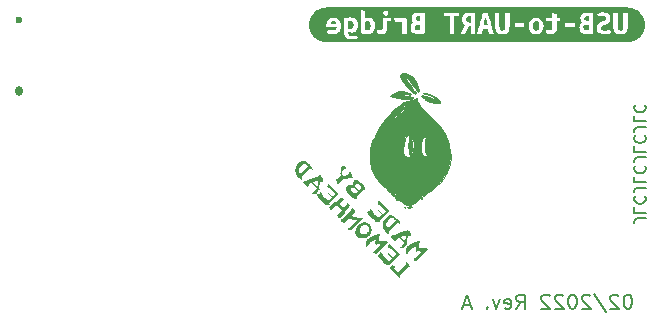
<source format=gbr>
%TF.GenerationSoftware,KiCad,Pcbnew,6.0.1-79c1e3a40b~116~ubuntu20.04.1*%
%TF.CreationDate,2022-02-14T03:59:37+01:00*%
%TF.ProjectId,USB-to-UART-Bridge,5553422d-746f-42d5-9541-52542d427269,rev?*%
%TF.SameCoordinates,Original*%
%TF.FileFunction,Legend,Bot*%
%TF.FilePolarity,Positive*%
%FSLAX46Y46*%
G04 Gerber Fmt 4.6, Leading zero omitted, Abs format (unit mm)*
G04 Created by KiCad (PCBNEW 6.0.1-79c1e3a40b~116~ubuntu20.04.1) date 2022-02-14 03:59:37*
%MOMM*%
%LPD*%
G01*
G04 APERTURE LIST*
%ADD10C,0.200000*%
%ADD11C,0.150000*%
%ADD12C,0.010000*%
%ADD13O,0.600000X0.850000*%
%ADD14O,0.600000X0.600000*%
G04 APERTURE END LIST*
D10*
X142078571Y-82092857D02*
X141964285Y-82092857D01*
X141850000Y-82150000D01*
X141792857Y-82207142D01*
X141735714Y-82321428D01*
X141678571Y-82550000D01*
X141678571Y-82835714D01*
X141735714Y-83064285D01*
X141792857Y-83178571D01*
X141850000Y-83235714D01*
X141964285Y-83292857D01*
X142078571Y-83292857D01*
X142192857Y-83235714D01*
X142250000Y-83178571D01*
X142307142Y-83064285D01*
X142364285Y-82835714D01*
X142364285Y-82550000D01*
X142307142Y-82321428D01*
X142250000Y-82207142D01*
X142192857Y-82150000D01*
X142078571Y-82092857D01*
X141221428Y-82207142D02*
X141164285Y-82150000D01*
X141050000Y-82092857D01*
X140764285Y-82092857D01*
X140650000Y-82150000D01*
X140592857Y-82207142D01*
X140535714Y-82321428D01*
X140535714Y-82435714D01*
X140592857Y-82607142D01*
X141278571Y-83292857D01*
X140535714Y-83292857D01*
X139164285Y-82035714D02*
X140192857Y-83578571D01*
X138821428Y-82207142D02*
X138764285Y-82150000D01*
X138650000Y-82092857D01*
X138364285Y-82092857D01*
X138250000Y-82150000D01*
X138192857Y-82207142D01*
X138135714Y-82321428D01*
X138135714Y-82435714D01*
X138192857Y-82607142D01*
X138878571Y-83292857D01*
X138135714Y-83292857D01*
X137392857Y-82092857D02*
X137278571Y-82092857D01*
X137164285Y-82150000D01*
X137107142Y-82207142D01*
X137050000Y-82321428D01*
X136992857Y-82550000D01*
X136992857Y-82835714D01*
X137050000Y-83064285D01*
X137107142Y-83178571D01*
X137164285Y-83235714D01*
X137278571Y-83292857D01*
X137392857Y-83292857D01*
X137507142Y-83235714D01*
X137564285Y-83178571D01*
X137621428Y-83064285D01*
X137678571Y-82835714D01*
X137678571Y-82550000D01*
X137621428Y-82321428D01*
X137564285Y-82207142D01*
X137507142Y-82150000D01*
X137392857Y-82092857D01*
X136535714Y-82207142D02*
X136478571Y-82150000D01*
X136364285Y-82092857D01*
X136078571Y-82092857D01*
X135964285Y-82150000D01*
X135907142Y-82207142D01*
X135850000Y-82321428D01*
X135850000Y-82435714D01*
X135907142Y-82607142D01*
X136592857Y-83292857D01*
X135850000Y-83292857D01*
X135392857Y-82207142D02*
X135335714Y-82150000D01*
X135221428Y-82092857D01*
X134935714Y-82092857D01*
X134821428Y-82150000D01*
X134764285Y-82207142D01*
X134707142Y-82321428D01*
X134707142Y-82435714D01*
X134764285Y-82607142D01*
X135450000Y-83292857D01*
X134707142Y-83292857D01*
X132592857Y-83292857D02*
X132992857Y-82721428D01*
X133278571Y-83292857D02*
X133278571Y-82092857D01*
X132821428Y-82092857D01*
X132707142Y-82150000D01*
X132650000Y-82207142D01*
X132592857Y-82321428D01*
X132592857Y-82492857D01*
X132650000Y-82607142D01*
X132707142Y-82664285D01*
X132821428Y-82721428D01*
X133278571Y-82721428D01*
X131621428Y-83235714D02*
X131735714Y-83292857D01*
X131964285Y-83292857D01*
X132078571Y-83235714D01*
X132135714Y-83121428D01*
X132135714Y-82664285D01*
X132078571Y-82550000D01*
X131964285Y-82492857D01*
X131735714Y-82492857D01*
X131621428Y-82550000D01*
X131564285Y-82664285D01*
X131564285Y-82778571D01*
X132135714Y-82892857D01*
X131164285Y-82492857D02*
X130878571Y-83292857D01*
X130592857Y-82492857D01*
X130135714Y-83178571D02*
X130078571Y-83235714D01*
X130135714Y-83292857D01*
X130192857Y-83235714D01*
X130135714Y-83178571D01*
X130135714Y-83292857D01*
X128707142Y-82950000D02*
X128135714Y-82950000D01*
X128821428Y-83292857D02*
X128421428Y-82092857D01*
X128021428Y-83292857D01*
D11*
X143547619Y-75619047D02*
X142833333Y-75619047D01*
X142690476Y-75666666D01*
X142595238Y-75761904D01*
X142547619Y-75904761D01*
X142547619Y-76000000D01*
X142547619Y-74666666D02*
X142547619Y-75142857D01*
X143547619Y-75142857D01*
X142642857Y-73761904D02*
X142595238Y-73809523D01*
X142547619Y-73952380D01*
X142547619Y-74047619D01*
X142595238Y-74190476D01*
X142690476Y-74285714D01*
X142785714Y-74333333D01*
X142976190Y-74380952D01*
X143119047Y-74380952D01*
X143309523Y-74333333D01*
X143404761Y-74285714D01*
X143500000Y-74190476D01*
X143547619Y-74047619D01*
X143547619Y-73952380D01*
X143500000Y-73809523D01*
X143452380Y-73761904D01*
X143547619Y-73047619D02*
X142833333Y-73047619D01*
X142690476Y-73095238D01*
X142595238Y-73190476D01*
X142547619Y-73333333D01*
X142547619Y-73428571D01*
X142547619Y-72095238D02*
X142547619Y-72571428D01*
X143547619Y-72571428D01*
X142642857Y-71190476D02*
X142595238Y-71238095D01*
X142547619Y-71380952D01*
X142547619Y-71476190D01*
X142595238Y-71619047D01*
X142690476Y-71714285D01*
X142785714Y-71761904D01*
X142976190Y-71809523D01*
X143119047Y-71809523D01*
X143309523Y-71761904D01*
X143404761Y-71714285D01*
X143500000Y-71619047D01*
X143547619Y-71476190D01*
X143547619Y-71380952D01*
X143500000Y-71238095D01*
X143452380Y-71190476D01*
X143547619Y-70476190D02*
X142833333Y-70476190D01*
X142690476Y-70523809D01*
X142595238Y-70619047D01*
X142547619Y-70761904D01*
X142547619Y-70857142D01*
X142547619Y-69523809D02*
X142547619Y-70000000D01*
X143547619Y-70000000D01*
X142642857Y-68619047D02*
X142595238Y-68666666D01*
X142547619Y-68809523D01*
X142547619Y-68904761D01*
X142595238Y-69047619D01*
X142690476Y-69142857D01*
X142785714Y-69190476D01*
X142976190Y-69238095D01*
X143119047Y-69238095D01*
X143309523Y-69190476D01*
X143404761Y-69142857D01*
X143500000Y-69047619D01*
X143547619Y-68904761D01*
X143547619Y-68809523D01*
X143500000Y-68666666D01*
X143452380Y-68619047D01*
X143547619Y-67904761D02*
X142833333Y-67904761D01*
X142690476Y-67952380D01*
X142595238Y-68047619D01*
X142547619Y-68190476D01*
X142547619Y-68285714D01*
X142547619Y-66952380D02*
X142547619Y-67428571D01*
X143547619Y-67428571D01*
X142642857Y-66047619D02*
X142595238Y-66095238D01*
X142547619Y-66238095D01*
X142547619Y-66333333D01*
X142595238Y-66476190D01*
X142690476Y-66571428D01*
X142785714Y-66619047D01*
X142976190Y-66666666D01*
X143119047Y-66666666D01*
X143309523Y-66619047D01*
X143404761Y-66571428D01*
X143500000Y-66476190D01*
X143547619Y-66333333D01*
X143547619Y-66238095D01*
X143500000Y-66095238D01*
X143452380Y-66047619D01*
D12*
%TO.C,G\u002A\u002A\u002A*%
X124670212Y-65011164D02*
X124670964Y-65032395D01*
X124670964Y-65032395D02*
X124860355Y-65081335D01*
X124860355Y-65081335D02*
X124894456Y-65089447D01*
X124894456Y-65089447D02*
X125162963Y-65179423D01*
X125162963Y-65179423D02*
X125424277Y-65306995D01*
X125424277Y-65306995D02*
X125623871Y-65439618D01*
X125623871Y-65439618D02*
X125707219Y-65544749D01*
X125707219Y-65544749D02*
X125698519Y-65569348D01*
X125698519Y-65569348D02*
X125584294Y-65560136D01*
X125584294Y-65560136D02*
X125352082Y-65476898D01*
X125352082Y-65476898D02*
X125184088Y-65400921D01*
X125184088Y-65400921D02*
X124823757Y-65250111D01*
X124823757Y-65250111D02*
X124593308Y-65199114D01*
X124593308Y-65199114D02*
X124508024Y-65239866D01*
X124508024Y-65239866D02*
X124583188Y-65364304D01*
X124583188Y-65364304D02*
X124834081Y-65564364D01*
X124834081Y-65564364D02*
X124851676Y-65576317D01*
X124851676Y-65576317D02*
X125281821Y-65813862D01*
X125281821Y-65813862D02*
X125667764Y-65903066D01*
X125667764Y-65903066D02*
X125740294Y-65905200D01*
X125740294Y-65905200D02*
X125992947Y-65886364D01*
X125992947Y-65886364D02*
X126132161Y-65839382D01*
X126132161Y-65839382D02*
X126141600Y-65821310D01*
X126141600Y-65821310D02*
X126055563Y-65653307D01*
X126055563Y-65653307D02*
X125835242Y-65451868D01*
X125835242Y-65451868D02*
X125537326Y-65252979D01*
X125537326Y-65252979D02*
X125218505Y-65092630D01*
X125218505Y-65092630D02*
X124935467Y-65006810D01*
X124935467Y-65006810D02*
X124849775Y-65001199D01*
X124849775Y-65001199D02*
X124670212Y-65011164D01*
X124670212Y-65011164D02*
X124670212Y-65011164D01*
G36*
X124935467Y-65006810D02*
G01*
X125218505Y-65092630D01*
X125537326Y-65252979D01*
X125835242Y-65451868D01*
X126055563Y-65653307D01*
X126141600Y-65821310D01*
X126132161Y-65839382D01*
X125992947Y-65886364D01*
X125740294Y-65905200D01*
X125667764Y-65903066D01*
X125281821Y-65813862D01*
X124851676Y-65576317D01*
X124834081Y-65564364D01*
X124583188Y-65364304D01*
X124508024Y-65239866D01*
X124593308Y-65199114D01*
X124823757Y-65250111D01*
X125184088Y-65400921D01*
X125352082Y-65476898D01*
X125584294Y-65560136D01*
X125698519Y-65569348D01*
X125707219Y-65544749D01*
X125623871Y-65439618D01*
X125424277Y-65306995D01*
X125162963Y-65179423D01*
X124894456Y-65089447D01*
X124860355Y-65081335D01*
X124670964Y-65032395D01*
X124670212Y-65011164D01*
X124849775Y-65001199D01*
X124935467Y-65006810D01*
G37*
X124935467Y-65006810D02*
X125218505Y-65092630D01*
X125537326Y-65252979D01*
X125835242Y-65451868D01*
X126055563Y-65653307D01*
X126141600Y-65821310D01*
X126132161Y-65839382D01*
X125992947Y-65886364D01*
X125740294Y-65905200D01*
X125667764Y-65903066D01*
X125281821Y-65813862D01*
X124851676Y-65576317D01*
X124834081Y-65564364D01*
X124583188Y-65364304D01*
X124508024Y-65239866D01*
X124593308Y-65199114D01*
X124823757Y-65250111D01*
X125184088Y-65400921D01*
X125352082Y-65476898D01*
X125584294Y-65560136D01*
X125698519Y-65569348D01*
X125707219Y-65544749D01*
X125623871Y-65439618D01*
X125424277Y-65306995D01*
X125162963Y-65179423D01*
X124894456Y-65089447D01*
X124860355Y-65081335D01*
X124670964Y-65032395D01*
X124670212Y-65011164D01*
X124849775Y-65001199D01*
X124935467Y-65006810D01*
X123547726Y-74618521D02*
X123358823Y-74668016D01*
X123358823Y-74668016D02*
X123296800Y-74705444D01*
X123296800Y-74705444D02*
X123376660Y-74745050D01*
X123376660Y-74745050D02*
X123547012Y-74736402D01*
X123547012Y-74736402D02*
X123704015Y-74690613D01*
X123704015Y-74690613D02*
X123744930Y-74657476D01*
X123744930Y-74657476D02*
X123703268Y-74609127D01*
X123703268Y-74609127D02*
X123547726Y-74618521D01*
X123547726Y-74618521D02*
X123547726Y-74618521D01*
G36*
X123744930Y-74657476D02*
G01*
X123704015Y-74690613D01*
X123547012Y-74736402D01*
X123376660Y-74745050D01*
X123296800Y-74705444D01*
X123358823Y-74668016D01*
X123547726Y-74618521D01*
X123703268Y-74609127D01*
X123744930Y-74657476D01*
G37*
X123744930Y-74657476D02*
X123704015Y-74690613D01*
X123547012Y-74736402D01*
X123376660Y-74745050D01*
X123296800Y-74705444D01*
X123358823Y-74668016D01*
X123547726Y-74618521D01*
X123703268Y-74609127D01*
X123744930Y-74657476D01*
X122793089Y-63410832D02*
X122764774Y-63590510D01*
X122764774Y-63590510D02*
X122855414Y-63866467D01*
X122855414Y-63866467D02*
X123039973Y-64191608D01*
X123039973Y-64191608D02*
X123293417Y-64518833D01*
X123293417Y-64518833D02*
X123484413Y-64711400D01*
X123484413Y-64711400D02*
X123781335Y-64958172D01*
X123781335Y-64958172D02*
X123971556Y-65072196D01*
X123971556Y-65072196D02*
X124043264Y-65050827D01*
X124043264Y-65050827D02*
X123984647Y-64891417D01*
X123984647Y-64891417D02*
X123937814Y-64813000D01*
X123937814Y-64813000D02*
X123769021Y-64567802D01*
X123769021Y-64567802D02*
X123538470Y-64258835D01*
X123538470Y-64258835D02*
X123415233Y-64101800D01*
X123415233Y-64101800D02*
X123245672Y-63867203D01*
X123245672Y-63867203D02*
X123167721Y-63710381D01*
X123167721Y-63710381D02*
X123183515Y-63670000D01*
X123183515Y-63670000D02*
X123292693Y-63747295D01*
X123292693Y-63747295D02*
X123480405Y-63952434D01*
X123480405Y-63952434D02*
X123710830Y-64245294D01*
X123710830Y-64245294D02*
X123772360Y-64329527D01*
X123772360Y-64329527D02*
X123997852Y-64630073D01*
X123997852Y-64630073D02*
X124178045Y-64846257D01*
X124178045Y-64846257D02*
X124282211Y-64941982D01*
X124282211Y-64941982D02*
X124293827Y-64942040D01*
X124293827Y-64942040D02*
X124311114Y-64799654D01*
X124311114Y-64799654D02*
X124248491Y-64543710D01*
X124248491Y-64543710D02*
X124130030Y-64235228D01*
X124130030Y-64235228D02*
X123979805Y-63935229D01*
X123979805Y-63935229D02*
X123821888Y-63704733D01*
X123821888Y-63704733D02*
X123793856Y-63674686D01*
X123793856Y-63674686D02*
X123520799Y-63473476D01*
X123520799Y-63473476D02*
X123217701Y-63354247D01*
X123217701Y-63354247D02*
X122949084Y-63334010D01*
X122949084Y-63334010D02*
X122793089Y-63410832D01*
X122793089Y-63410832D02*
X122793089Y-63410832D01*
G36*
X123217701Y-63354247D02*
G01*
X123520799Y-63473476D01*
X123793856Y-63674686D01*
X123821888Y-63704733D01*
X123979805Y-63935229D01*
X124130030Y-64235228D01*
X124248491Y-64543710D01*
X124311114Y-64799654D01*
X124293827Y-64942040D01*
X124282211Y-64941982D01*
X124178045Y-64846257D01*
X123997852Y-64630073D01*
X123772360Y-64329527D01*
X123710830Y-64245294D01*
X123480405Y-63952434D01*
X123292693Y-63747295D01*
X123183515Y-63670000D01*
X123167721Y-63710381D01*
X123245672Y-63867203D01*
X123415233Y-64101800D01*
X123538470Y-64258835D01*
X123769021Y-64567802D01*
X123937814Y-64813000D01*
X123984647Y-64891417D01*
X124043264Y-65050827D01*
X123971556Y-65072196D01*
X123781335Y-64958172D01*
X123484413Y-64711400D01*
X123293417Y-64518833D01*
X123039973Y-64191608D01*
X122855414Y-63866467D01*
X122764774Y-63590510D01*
X122793089Y-63410832D01*
X122949084Y-63334010D01*
X123217701Y-63354247D01*
G37*
X123217701Y-63354247D02*
X123520799Y-63473476D01*
X123793856Y-63674686D01*
X123821888Y-63704733D01*
X123979805Y-63935229D01*
X124130030Y-64235228D01*
X124248491Y-64543710D01*
X124311114Y-64799654D01*
X124293827Y-64942040D01*
X124282211Y-64941982D01*
X124178045Y-64846257D01*
X123997852Y-64630073D01*
X123772360Y-64329527D01*
X123710830Y-64245294D01*
X123480405Y-63952434D01*
X123292693Y-63747295D01*
X123183515Y-63670000D01*
X123167721Y-63710381D01*
X123245672Y-63867203D01*
X123415233Y-64101800D01*
X123538470Y-64258835D01*
X123769021Y-64567802D01*
X123937814Y-64813000D01*
X123984647Y-64891417D01*
X124043264Y-65050827D01*
X123971556Y-65072196D01*
X123781335Y-64958172D01*
X123484413Y-64711400D01*
X123293417Y-64518833D01*
X123039973Y-64191608D01*
X122855414Y-63866467D01*
X122764774Y-63590510D01*
X122793089Y-63410832D01*
X122949084Y-63334010D01*
X123217701Y-63354247D01*
X123985394Y-65543838D02*
X123721516Y-65656712D01*
X123721516Y-65656712D02*
X123418572Y-65701999D01*
X123418572Y-65701999D02*
X123087741Y-65788664D01*
X123087741Y-65788664D02*
X122691857Y-66030976D01*
X122691857Y-66030976D02*
X122255890Y-66402415D01*
X122255890Y-66402415D02*
X121804812Y-66876459D01*
X121804812Y-66876459D02*
X121363597Y-67426587D01*
X121363597Y-67426587D02*
X120957216Y-68026279D01*
X120957216Y-68026279D02*
X120610641Y-68649013D01*
X120610641Y-68649013D02*
X120575492Y-68721441D01*
X120575492Y-68721441D02*
X120390825Y-69124734D01*
X120390825Y-69124734D02*
X120278873Y-69437908D01*
X120278873Y-69437908D02*
X120221892Y-69741716D01*
X120221892Y-69741716D02*
X120202136Y-70116910D01*
X120202136Y-70116910D02*
X120200815Y-70426400D01*
X120200815Y-70426400D02*
X120209340Y-70890006D01*
X120209340Y-70890006D02*
X120241035Y-71219529D01*
X120241035Y-71219529D02*
X120310195Y-71483894D01*
X120310195Y-71483894D02*
X120431112Y-71752024D01*
X120431112Y-71752024D02*
X120503955Y-71888149D01*
X120503955Y-71888149D02*
X120762243Y-72267006D01*
X120762243Y-72267006D02*
X121148090Y-72712818D01*
X121148090Y-72712818D02*
X121620752Y-73178683D01*
X121620752Y-73178683D02*
X121641458Y-73197591D01*
X121641458Y-73197591D02*
X121971944Y-73509779D01*
X121971944Y-73509779D02*
X122230945Y-73776325D01*
X122230945Y-73776325D02*
X122390102Y-73966528D01*
X122390102Y-73966528D02*
X122425242Y-74046077D01*
X122425242Y-74046077D02*
X122448345Y-74094485D01*
X122448345Y-74094485D02*
X122509000Y-74079841D01*
X122509000Y-74079841D02*
X122664260Y-74111597D01*
X122664260Y-74111597D02*
X122862791Y-74258801D01*
X122862791Y-74258801D02*
X122887587Y-74284205D01*
X122887587Y-74284205D02*
X123198761Y-74500819D01*
X123198761Y-74500819D02*
X123541647Y-74519021D01*
X123541647Y-74519021D02*
X123920151Y-74338568D01*
X123920151Y-74338568D02*
X124083908Y-74209398D01*
X124083908Y-74209398D02*
X124351240Y-73994022D01*
X124351240Y-73994022D02*
X124719576Y-73719279D01*
X124719576Y-73719279D02*
X124850403Y-73626800D01*
X124850403Y-73626800D02*
X122433200Y-73626800D01*
X122433200Y-73626800D02*
X122428556Y-73720572D01*
X122428556Y-73720572D02*
X122394393Y-73728400D01*
X122394393Y-73728400D02*
X122250763Y-73654257D01*
X122250763Y-73654257D02*
X122230000Y-73626800D01*
X122230000Y-73626800D02*
X122234645Y-73533027D01*
X122234645Y-73533027D02*
X122268808Y-73525200D01*
X122268808Y-73525200D02*
X122412438Y-73599342D01*
X122412438Y-73599342D02*
X122433200Y-73626800D01*
X122433200Y-73626800D02*
X124850403Y-73626800D01*
X124850403Y-73626800D02*
X125119549Y-73436548D01*
X125119549Y-73436548D02*
X125215527Y-73371198D01*
X125215527Y-73371198D02*
X125428419Y-73217211D01*
X125428419Y-73217211D02*
X122585600Y-73217211D01*
X122585600Y-73217211D02*
X122511127Y-73273113D01*
X122511127Y-73273113D02*
X122433200Y-73257141D01*
X122433200Y-73257141D02*
X122299519Y-73185027D01*
X122299519Y-73185027D02*
X122280800Y-73158729D01*
X122280800Y-73158729D02*
X122363765Y-73123213D01*
X122363765Y-73123213D02*
X122433200Y-73118800D01*
X122433200Y-73118800D02*
X121976000Y-73118800D01*
X121976000Y-73118800D02*
X121938827Y-73202428D01*
X121938827Y-73202428D02*
X121908267Y-73186533D01*
X121908267Y-73186533D02*
X121896108Y-73065957D01*
X121896108Y-73065957D02*
X121908267Y-73051066D01*
X121908267Y-73051066D02*
X121968668Y-73065013D01*
X121968668Y-73065013D02*
X121976000Y-73118800D01*
X121976000Y-73118800D02*
X122433200Y-73118800D01*
X122433200Y-73118800D02*
X122568432Y-73171970D01*
X122568432Y-73171970D02*
X122585600Y-73217211D01*
X122585600Y-73217211D02*
X125428419Y-73217211D01*
X125428419Y-73217211D02*
X125718296Y-73007540D01*
X125718296Y-73007540D02*
X125985021Y-72763200D01*
X125985021Y-72763200D02*
X121569600Y-72763200D01*
X121569600Y-72763200D02*
X121518800Y-72814000D01*
X121518800Y-72814000D02*
X121468000Y-72763200D01*
X121468000Y-72763200D02*
X121518800Y-72712400D01*
X121518800Y-72712400D02*
X121569600Y-72763200D01*
X121569600Y-72763200D02*
X125985021Y-72763200D01*
X125985021Y-72763200D02*
X126085394Y-72671252D01*
X126085394Y-72671252D02*
X126105817Y-72644666D01*
X126105817Y-72644666D02*
X122145334Y-72644666D01*
X122145334Y-72644666D02*
X122131387Y-72705067D01*
X122131387Y-72705067D02*
X122077600Y-72712400D01*
X122077600Y-72712400D02*
X121993972Y-72675226D01*
X121993972Y-72675226D02*
X122009867Y-72644666D01*
X122009867Y-72644666D02*
X122130443Y-72632507D01*
X122130443Y-72632507D02*
X122145334Y-72644666D01*
X122145334Y-72644666D02*
X126105817Y-72644666D01*
X126105817Y-72644666D02*
X126356774Y-72317992D01*
X126356774Y-72317992D02*
X121671200Y-72317992D01*
X121671200Y-72317992D02*
X121608602Y-72373076D01*
X121608602Y-72373076D02*
X121569600Y-72356800D01*
X121569600Y-72356800D02*
X121471794Y-72222209D01*
X121471794Y-72222209D02*
X121468000Y-72192407D01*
X121468000Y-72192407D02*
X121530599Y-72137323D01*
X121530599Y-72137323D02*
X121569600Y-72153600D01*
X121569600Y-72153600D02*
X121667407Y-72288190D01*
X121667407Y-72288190D02*
X121671200Y-72317992D01*
X121671200Y-72317992D02*
X126356774Y-72317992D01*
X126356774Y-72317992D02*
X126366191Y-72305735D01*
X126366191Y-72305735D02*
X126610053Y-71854390D01*
X126610053Y-71854390D02*
X126688304Y-71682696D01*
X126688304Y-71682696D02*
X126928801Y-71017914D01*
X126928801Y-71017914D02*
X127019674Y-70416219D01*
X127019674Y-70416219D02*
X126968103Y-69811458D01*
X126968103Y-69811458D02*
X126916319Y-69581310D01*
X126916319Y-69581310D02*
X126842793Y-69313265D01*
X126842793Y-69313265D02*
X125217429Y-69313265D01*
X125217429Y-69313265D02*
X125216828Y-69327520D01*
X125216828Y-69327520D02*
X125185787Y-69370526D01*
X125185787Y-69370526D02*
X125120852Y-69241389D01*
X125120852Y-69241389D02*
X125100531Y-69181800D01*
X125100531Y-69181800D02*
X124997800Y-68927164D01*
X124997800Y-68927164D02*
X124919430Y-68869695D01*
X124919430Y-68869695D02*
X124868646Y-69004463D01*
X124868646Y-69004463D02*
X124848671Y-69326537D01*
X124848671Y-69326537D02*
X124851426Y-69562762D01*
X124851426Y-69562762D02*
X124880492Y-69957561D01*
X124880492Y-69957561D02*
X124935931Y-70183348D01*
X124935931Y-70183348D02*
X125010614Y-70230202D01*
X125010614Y-70230202D02*
X125097412Y-70088201D01*
X125097412Y-70088201D02*
X125138071Y-69961667D01*
X125138071Y-69961667D02*
X125188925Y-69804895D01*
X125188925Y-69804895D02*
X125211132Y-69837454D01*
X125211132Y-69837454D02*
X125217073Y-69923480D01*
X125217073Y-69923480D02*
X125148801Y-70189962D01*
X125148801Y-70189962D02*
X124948629Y-70341313D01*
X124948629Y-70341313D02*
X124771187Y-70354093D01*
X124771187Y-70354093D02*
X124651744Y-70306953D01*
X124651744Y-70306953D02*
X124583296Y-70176195D01*
X124583296Y-70176195D02*
X124546998Y-69912787D01*
X124546998Y-69912787D02*
X124536409Y-69743246D01*
X124536409Y-69743246D02*
X124541019Y-69554696D01*
X124541019Y-69554696D02*
X123902228Y-69554696D01*
X123902228Y-69554696D02*
X123863465Y-69730634D01*
X123863465Y-69730634D02*
X123807989Y-69766000D01*
X123807989Y-69766000D02*
X123751287Y-69691854D01*
X123751287Y-69691854D02*
X123766451Y-69617790D01*
X123766451Y-69617790D02*
X123773280Y-69446656D01*
X123773280Y-69446656D02*
X123726771Y-69198430D01*
X123726771Y-69198430D02*
X123649229Y-68950859D01*
X123649229Y-68950859D02*
X123562960Y-68781689D01*
X123562960Y-68781689D02*
X123517521Y-68750131D01*
X123517521Y-68750131D02*
X123484860Y-68843502D01*
X123484860Y-68843502D02*
X123460701Y-69090362D01*
X123460701Y-69090362D02*
X123449498Y-69441044D01*
X123449498Y-69441044D02*
X123449200Y-69512141D01*
X123449200Y-69512141D02*
X123457360Y-69944786D01*
X123457360Y-69944786D02*
X123485534Y-70187512D01*
X123485534Y-70187512D02*
X123539268Y-70253087D01*
X123539268Y-70253087D02*
X123624106Y-70154276D01*
X123624106Y-70154276D02*
X123680798Y-70045400D01*
X123680798Y-70045400D02*
X123762878Y-69907663D01*
X123762878Y-69907663D02*
X123795720Y-69954139D01*
X123795720Y-69954139D02*
X123797924Y-69987342D01*
X123797924Y-69987342D02*
X123742652Y-70166617D01*
X123742652Y-70166617D02*
X123609613Y-70357942D01*
X123609613Y-70357942D02*
X123465312Y-70471491D01*
X123465312Y-70471491D02*
X123435264Y-70477200D01*
X123435264Y-70477200D02*
X123315777Y-70434785D01*
X123315777Y-70434785D02*
X123188521Y-70372025D01*
X123188521Y-70372025D02*
X123061095Y-70251432D01*
X123061095Y-70251432D02*
X123002445Y-70030913D01*
X123002445Y-70030913D02*
X122992000Y-69777586D01*
X122992000Y-69777586D02*
X123027934Y-69295193D01*
X123027934Y-69295193D02*
X123124177Y-68925071D01*
X123124177Y-68925071D02*
X123263389Y-68684211D01*
X123263389Y-68684211D02*
X123428233Y-68589606D01*
X123428233Y-68589606D02*
X123601369Y-68658246D01*
X123601369Y-68658246D02*
X123765459Y-68907124D01*
X123765459Y-68907124D02*
X123798444Y-68987281D01*
X123798444Y-68987281D02*
X123880300Y-69286208D01*
X123880300Y-69286208D02*
X123902228Y-69554696D01*
X123902228Y-69554696D02*
X124541019Y-69554696D01*
X124541019Y-69554696D02*
X124548069Y-69266448D01*
X124548069Y-69266448D02*
X124634956Y-68933741D01*
X124634956Y-68933741D02*
X124789982Y-68766126D01*
X124789982Y-68766126D02*
X124871601Y-68750000D01*
X124871601Y-68750000D02*
X125037624Y-68838492D01*
X125037624Y-68838492D02*
X125168387Y-69052154D01*
X125168387Y-69052154D02*
X125217429Y-69313265D01*
X125217429Y-69313265D02*
X126842793Y-69313265D01*
X126842793Y-69313265D02*
X126783422Y-69096826D01*
X126783422Y-69096826D02*
X126646037Y-68704158D01*
X126646037Y-68704158D02*
X126478125Y-68362853D01*
X126478125Y-68362853D02*
X126253646Y-68032463D01*
X126253646Y-68032463D02*
X125946558Y-67672537D01*
X125946558Y-67672537D02*
X125530823Y-67242624D01*
X125530823Y-67242624D02*
X125268468Y-66983798D01*
X125268468Y-66983798D02*
X122449477Y-66983798D01*
X122449477Y-66983798D02*
X122433200Y-67022800D01*
X122433200Y-67022800D02*
X122298610Y-67120606D01*
X122298610Y-67120606D02*
X122268808Y-67124400D01*
X122268808Y-67124400D02*
X122215678Y-67064021D01*
X122215678Y-67064021D02*
X122047461Y-67064021D01*
X122047461Y-67064021D02*
X121976000Y-67124400D01*
X121976000Y-67124400D02*
X121813885Y-67215779D01*
X121813885Y-67215779D02*
X121792286Y-67181363D01*
X121792286Y-67181363D02*
X121823600Y-67124400D01*
X121823600Y-67124400D02*
X121971979Y-67027801D01*
X121971979Y-67027801D02*
X122007397Y-67024355D01*
X122007397Y-67024355D02*
X122047461Y-67064021D01*
X122047461Y-67064021D02*
X122215678Y-67064021D01*
X122215678Y-67064021D02*
X122213724Y-67061801D01*
X122213724Y-67061801D02*
X122230000Y-67022800D01*
X122230000Y-67022800D02*
X122364591Y-66924993D01*
X122364591Y-66924993D02*
X122394393Y-66921200D01*
X122394393Y-66921200D02*
X122449477Y-66983798D01*
X122449477Y-66983798D02*
X125268468Y-66983798D01*
X125268468Y-66983798D02*
X125201800Y-66918027D01*
X125201800Y-66918027D02*
X124780303Y-66497125D01*
X124780303Y-66497125D02*
X124759301Y-66474379D01*
X124759301Y-66474379D02*
X123047849Y-66474379D01*
X123047849Y-66474379D02*
X122992000Y-66565600D01*
X122992000Y-66565600D02*
X122839018Y-66693667D01*
X122839018Y-66693667D02*
X122763920Y-66718000D01*
X122763920Y-66718000D02*
X122732952Y-66656820D01*
X122732952Y-66656820D02*
X122788800Y-66565600D01*
X122788800Y-66565600D02*
X122912693Y-66461884D01*
X122912693Y-66461884D02*
X122629850Y-66461884D01*
X122629850Y-66461884D02*
X122595352Y-66561227D01*
X122595352Y-66561227D02*
X122559674Y-66620159D01*
X122559674Y-66620159D02*
X122441088Y-66789728D01*
X122441088Y-66789728D02*
X122390777Y-66787515D01*
X122390777Y-66787515D02*
X122382400Y-66678070D01*
X122382400Y-66678070D02*
X122464290Y-66520887D01*
X122464290Y-66520887D02*
X122533314Y-66478629D01*
X122533314Y-66478629D02*
X122629850Y-66461884D01*
X122629850Y-66461884D02*
X122912693Y-66461884D01*
X122912693Y-66461884D02*
X122941783Y-66437532D01*
X122941783Y-66437532D02*
X123016881Y-66413200D01*
X123016881Y-66413200D02*
X123047849Y-66474379D01*
X123047849Y-66474379D02*
X124759301Y-66474379D01*
X124759301Y-66474379D02*
X124491218Y-66184043D01*
X124491218Y-66184043D02*
X124436638Y-66112837D01*
X124436638Y-66112837D02*
X123147143Y-66112837D01*
X123147143Y-66112837D02*
X123113697Y-66189397D01*
X123113697Y-66189397D02*
X122997997Y-66210000D01*
X122997997Y-66210000D02*
X122829391Y-66193636D01*
X122829391Y-66193636D02*
X122788800Y-66170070D01*
X122788800Y-66170070D02*
X122868953Y-66093175D01*
X122868953Y-66093175D02*
X123028554Y-66067206D01*
X123028554Y-66067206D02*
X123146314Y-66111535D01*
X123146314Y-66111535D02*
X123147143Y-66112837D01*
X123147143Y-66112837D02*
X124436638Y-66112837D01*
X124436638Y-66112837D02*
X124313995Y-65952838D01*
X124313995Y-65952838D02*
X124228079Y-65777569D01*
X124228079Y-65777569D02*
X124211200Y-65667666D01*
X124211200Y-65667666D02*
X124198832Y-65474300D01*
X124198832Y-65474300D02*
X124125539Y-65454260D01*
X124125539Y-65454260D02*
X123985394Y-65543838D01*
X123985394Y-65543838D02*
X123985394Y-65543838D01*
G36*
X125201800Y-66918027D02*
G01*
X125268468Y-66983798D01*
X125530823Y-67242624D01*
X125946558Y-67672537D01*
X126253646Y-68032463D01*
X126478125Y-68362853D01*
X126646037Y-68704158D01*
X126783422Y-69096826D01*
X126842793Y-69313265D01*
X126916319Y-69581310D01*
X126968103Y-69811458D01*
X127019674Y-70416219D01*
X126928801Y-71017914D01*
X126688304Y-71682696D01*
X126610053Y-71854390D01*
X126366191Y-72305735D01*
X126356774Y-72317992D01*
X126105817Y-72644666D01*
X126085394Y-72671252D01*
X125985021Y-72763200D01*
X125718296Y-73007540D01*
X125428419Y-73217211D01*
X125215527Y-73371198D01*
X125119549Y-73436548D01*
X124850403Y-73626800D01*
X124719576Y-73719279D01*
X124351240Y-73994022D01*
X124083908Y-74209398D01*
X123920151Y-74338568D01*
X123541647Y-74519021D01*
X123198761Y-74500819D01*
X122887587Y-74284205D01*
X122862791Y-74258801D01*
X122664260Y-74111597D01*
X122509000Y-74079841D01*
X122448345Y-74094485D01*
X122425242Y-74046077D01*
X122390102Y-73966528D01*
X122230945Y-73776325D01*
X122085653Y-73626800D01*
X122230000Y-73626800D01*
X122250763Y-73654257D01*
X122394393Y-73728400D01*
X122428556Y-73720572D01*
X122433200Y-73626800D01*
X122412438Y-73599342D01*
X122268808Y-73525200D01*
X122234645Y-73533027D01*
X122230000Y-73626800D01*
X122085653Y-73626800D01*
X121971944Y-73509779D01*
X121641458Y-73197591D01*
X121620752Y-73178683D01*
X121506381Y-73065957D01*
X121896108Y-73065957D01*
X121908267Y-73186533D01*
X121938827Y-73202428D01*
X121958251Y-73158729D01*
X122280800Y-73158729D01*
X122299519Y-73185027D01*
X122433200Y-73257141D01*
X122511127Y-73273113D01*
X122585600Y-73217211D01*
X122568432Y-73171970D01*
X122433200Y-73118800D01*
X122363765Y-73123213D01*
X122280800Y-73158729D01*
X121958251Y-73158729D01*
X121976000Y-73118800D01*
X121968668Y-73065013D01*
X121908267Y-73051066D01*
X121896108Y-73065957D01*
X121506381Y-73065957D01*
X121199207Y-72763200D01*
X121468000Y-72763200D01*
X121518800Y-72814000D01*
X121569600Y-72763200D01*
X121518800Y-72712400D01*
X121468000Y-72763200D01*
X121199207Y-72763200D01*
X121148090Y-72712818D01*
X121115554Y-72675226D01*
X121993972Y-72675226D01*
X122077600Y-72712400D01*
X122131387Y-72705067D01*
X122145334Y-72644666D01*
X122130443Y-72632507D01*
X122009867Y-72644666D01*
X121993972Y-72675226D01*
X121115554Y-72675226D01*
X120762243Y-72267006D01*
X120711385Y-72192407D01*
X121468000Y-72192407D01*
X121471794Y-72222209D01*
X121569600Y-72356800D01*
X121608602Y-72373076D01*
X121671200Y-72317992D01*
X121667407Y-72288190D01*
X121569600Y-72153600D01*
X121530599Y-72137323D01*
X121468000Y-72192407D01*
X120711385Y-72192407D01*
X120503955Y-71888149D01*
X120431112Y-71752024D01*
X120310195Y-71483894D01*
X120241035Y-71219529D01*
X120209340Y-70890006D01*
X120200815Y-70426400D01*
X120202136Y-70116910D01*
X120220003Y-69777586D01*
X122992000Y-69777586D01*
X123002445Y-70030913D01*
X123061095Y-70251432D01*
X123188521Y-70372025D01*
X123315777Y-70434785D01*
X123435264Y-70477200D01*
X123465312Y-70471491D01*
X123609613Y-70357942D01*
X123742652Y-70166617D01*
X123797924Y-69987342D01*
X123795720Y-69954139D01*
X123762878Y-69907663D01*
X123680798Y-70045400D01*
X123624106Y-70154276D01*
X123539268Y-70253087D01*
X123485534Y-70187512D01*
X123457360Y-69944786D01*
X123449200Y-69512141D01*
X123449498Y-69441044D01*
X123460701Y-69090362D01*
X123484860Y-68843502D01*
X123517521Y-68750131D01*
X123562960Y-68781689D01*
X123649229Y-68950859D01*
X123726771Y-69198430D01*
X123773280Y-69446656D01*
X123766451Y-69617790D01*
X123751287Y-69691854D01*
X123807989Y-69766000D01*
X123843681Y-69743246D01*
X124536409Y-69743246D01*
X124546998Y-69912787D01*
X124583296Y-70176195D01*
X124651744Y-70306953D01*
X124771187Y-70354093D01*
X124948629Y-70341313D01*
X125148801Y-70189962D01*
X125217073Y-69923480D01*
X125211132Y-69837454D01*
X125188925Y-69804895D01*
X125138071Y-69961667D01*
X125097412Y-70088201D01*
X125010614Y-70230202D01*
X124935931Y-70183348D01*
X124880492Y-69957561D01*
X124851426Y-69562762D01*
X124848671Y-69326537D01*
X124868646Y-69004463D01*
X124919430Y-68869695D01*
X124997800Y-68927164D01*
X125100531Y-69181800D01*
X125120852Y-69241389D01*
X125185787Y-69370526D01*
X125216828Y-69327520D01*
X125217429Y-69313265D01*
X125168387Y-69052154D01*
X125037624Y-68838492D01*
X124871601Y-68750000D01*
X124789982Y-68766126D01*
X124634956Y-68933741D01*
X124548069Y-69266448D01*
X124541019Y-69554696D01*
X124536409Y-69743246D01*
X123843681Y-69743246D01*
X123863465Y-69730634D01*
X123902228Y-69554696D01*
X123880300Y-69286208D01*
X123798444Y-68987281D01*
X123765459Y-68907124D01*
X123601369Y-68658246D01*
X123428233Y-68589606D01*
X123263389Y-68684211D01*
X123124177Y-68925071D01*
X123027934Y-69295193D01*
X122992000Y-69777586D01*
X120220003Y-69777586D01*
X120221892Y-69741716D01*
X120278873Y-69437908D01*
X120390825Y-69124734D01*
X120575492Y-68721441D01*
X120610641Y-68649013D01*
X120957216Y-68026279D01*
X121363597Y-67426587D01*
X121560272Y-67181363D01*
X121792286Y-67181363D01*
X121813885Y-67215779D01*
X121976000Y-67124400D01*
X122047461Y-67064021D01*
X122045219Y-67061801D01*
X122213724Y-67061801D01*
X122215678Y-67064021D01*
X122268808Y-67124400D01*
X122298610Y-67120606D01*
X122433200Y-67022800D01*
X122449477Y-66983798D01*
X122394393Y-66921200D01*
X122364591Y-66924993D01*
X122230000Y-67022800D01*
X122213724Y-67061801D01*
X122045219Y-67061801D01*
X122007397Y-67024355D01*
X121971979Y-67027801D01*
X121823600Y-67124400D01*
X121792286Y-67181363D01*
X121560272Y-67181363D01*
X121804812Y-66876459D01*
X121993590Y-66678070D01*
X122382400Y-66678070D01*
X122390777Y-66787515D01*
X122441088Y-66789728D01*
X122534036Y-66656820D01*
X122732952Y-66656820D01*
X122763920Y-66718000D01*
X122839018Y-66693667D01*
X122992000Y-66565600D01*
X123047849Y-66474379D01*
X123016881Y-66413200D01*
X122941783Y-66437532D01*
X122912693Y-66461884D01*
X122788800Y-66565600D01*
X122732952Y-66656820D01*
X122534036Y-66656820D01*
X122559674Y-66620159D01*
X122595352Y-66561227D01*
X122629850Y-66461884D01*
X122533314Y-66478629D01*
X122464290Y-66520887D01*
X122382400Y-66678070D01*
X121993590Y-66678070D01*
X122255890Y-66402415D01*
X122528599Y-66170070D01*
X122788800Y-66170070D01*
X122829391Y-66193636D01*
X122997997Y-66210000D01*
X123113697Y-66189397D01*
X123147143Y-66112837D01*
X123146314Y-66111535D01*
X123028554Y-66067206D01*
X122868953Y-66093175D01*
X122788800Y-66170070D01*
X122528599Y-66170070D01*
X122691857Y-66030976D01*
X123087741Y-65788664D01*
X123418572Y-65701999D01*
X123721516Y-65656712D01*
X123985394Y-65543838D01*
X124125539Y-65454260D01*
X124198832Y-65474300D01*
X124211200Y-65667666D01*
X124228079Y-65777569D01*
X124313995Y-65952838D01*
X124436638Y-66112837D01*
X124491218Y-66184043D01*
X124759301Y-66474379D01*
X124780303Y-66497125D01*
X125201800Y-66918027D01*
G37*
X125201800Y-66918027D02*
X125268468Y-66983798D01*
X125530823Y-67242624D01*
X125946558Y-67672537D01*
X126253646Y-68032463D01*
X126478125Y-68362853D01*
X126646037Y-68704158D01*
X126783422Y-69096826D01*
X126842793Y-69313265D01*
X126916319Y-69581310D01*
X126968103Y-69811458D01*
X127019674Y-70416219D01*
X126928801Y-71017914D01*
X126688304Y-71682696D01*
X126610053Y-71854390D01*
X126366191Y-72305735D01*
X126356774Y-72317992D01*
X126105817Y-72644666D01*
X126085394Y-72671252D01*
X125985021Y-72763200D01*
X125718296Y-73007540D01*
X125428419Y-73217211D01*
X125215527Y-73371198D01*
X125119549Y-73436548D01*
X124850403Y-73626800D01*
X124719576Y-73719279D01*
X124351240Y-73994022D01*
X124083908Y-74209398D01*
X123920151Y-74338568D01*
X123541647Y-74519021D01*
X123198761Y-74500819D01*
X122887587Y-74284205D01*
X122862791Y-74258801D01*
X122664260Y-74111597D01*
X122509000Y-74079841D01*
X122448345Y-74094485D01*
X122425242Y-74046077D01*
X122390102Y-73966528D01*
X122230945Y-73776325D01*
X122085653Y-73626800D01*
X122230000Y-73626800D01*
X122250763Y-73654257D01*
X122394393Y-73728400D01*
X122428556Y-73720572D01*
X122433200Y-73626800D01*
X122412438Y-73599342D01*
X122268808Y-73525200D01*
X122234645Y-73533027D01*
X122230000Y-73626800D01*
X122085653Y-73626800D01*
X121971944Y-73509779D01*
X121641458Y-73197591D01*
X121620752Y-73178683D01*
X121506381Y-73065957D01*
X121896108Y-73065957D01*
X121908267Y-73186533D01*
X121938827Y-73202428D01*
X121958251Y-73158729D01*
X122280800Y-73158729D01*
X122299519Y-73185027D01*
X122433200Y-73257141D01*
X122511127Y-73273113D01*
X122585600Y-73217211D01*
X122568432Y-73171970D01*
X122433200Y-73118800D01*
X122363765Y-73123213D01*
X122280800Y-73158729D01*
X121958251Y-73158729D01*
X121976000Y-73118800D01*
X121968668Y-73065013D01*
X121908267Y-73051066D01*
X121896108Y-73065957D01*
X121506381Y-73065957D01*
X121199207Y-72763200D01*
X121468000Y-72763200D01*
X121518800Y-72814000D01*
X121569600Y-72763200D01*
X121518800Y-72712400D01*
X121468000Y-72763200D01*
X121199207Y-72763200D01*
X121148090Y-72712818D01*
X121115554Y-72675226D01*
X121993972Y-72675226D01*
X122077600Y-72712400D01*
X122131387Y-72705067D01*
X122145334Y-72644666D01*
X122130443Y-72632507D01*
X122009867Y-72644666D01*
X121993972Y-72675226D01*
X121115554Y-72675226D01*
X120762243Y-72267006D01*
X120711385Y-72192407D01*
X121468000Y-72192407D01*
X121471794Y-72222209D01*
X121569600Y-72356800D01*
X121608602Y-72373076D01*
X121671200Y-72317992D01*
X121667407Y-72288190D01*
X121569600Y-72153600D01*
X121530599Y-72137323D01*
X121468000Y-72192407D01*
X120711385Y-72192407D01*
X120503955Y-71888149D01*
X120431112Y-71752024D01*
X120310195Y-71483894D01*
X120241035Y-71219529D01*
X120209340Y-70890006D01*
X120200815Y-70426400D01*
X120202136Y-70116910D01*
X120220003Y-69777586D01*
X122992000Y-69777586D01*
X123002445Y-70030913D01*
X123061095Y-70251432D01*
X123188521Y-70372025D01*
X123315777Y-70434785D01*
X123435264Y-70477200D01*
X123465312Y-70471491D01*
X123609613Y-70357942D01*
X123742652Y-70166617D01*
X123797924Y-69987342D01*
X123795720Y-69954139D01*
X123762878Y-69907663D01*
X123680798Y-70045400D01*
X123624106Y-70154276D01*
X123539268Y-70253087D01*
X123485534Y-70187512D01*
X123457360Y-69944786D01*
X123449200Y-69512141D01*
X123449498Y-69441044D01*
X123460701Y-69090362D01*
X123484860Y-68843502D01*
X123517521Y-68750131D01*
X123562960Y-68781689D01*
X123649229Y-68950859D01*
X123726771Y-69198430D01*
X123773280Y-69446656D01*
X123766451Y-69617790D01*
X123751287Y-69691854D01*
X123807989Y-69766000D01*
X123843681Y-69743246D01*
X124536409Y-69743246D01*
X124546998Y-69912787D01*
X124583296Y-70176195D01*
X124651744Y-70306953D01*
X124771187Y-70354093D01*
X124948629Y-70341313D01*
X125148801Y-70189962D01*
X125217073Y-69923480D01*
X125211132Y-69837454D01*
X125188925Y-69804895D01*
X125138071Y-69961667D01*
X125097412Y-70088201D01*
X125010614Y-70230202D01*
X124935931Y-70183348D01*
X124880492Y-69957561D01*
X124851426Y-69562762D01*
X124848671Y-69326537D01*
X124868646Y-69004463D01*
X124919430Y-68869695D01*
X124997800Y-68927164D01*
X125100531Y-69181800D01*
X125120852Y-69241389D01*
X125185787Y-69370526D01*
X125216828Y-69327520D01*
X125217429Y-69313265D01*
X125168387Y-69052154D01*
X125037624Y-68838492D01*
X124871601Y-68750000D01*
X124789982Y-68766126D01*
X124634956Y-68933741D01*
X124548069Y-69266448D01*
X124541019Y-69554696D01*
X124536409Y-69743246D01*
X123843681Y-69743246D01*
X123863465Y-69730634D01*
X123902228Y-69554696D01*
X123880300Y-69286208D01*
X123798444Y-68987281D01*
X123765459Y-68907124D01*
X123601369Y-68658246D01*
X123428233Y-68589606D01*
X123263389Y-68684211D01*
X123124177Y-68925071D01*
X123027934Y-69295193D01*
X122992000Y-69777586D01*
X120220003Y-69777586D01*
X120221892Y-69741716D01*
X120278873Y-69437908D01*
X120390825Y-69124734D01*
X120575492Y-68721441D01*
X120610641Y-68649013D01*
X120957216Y-68026279D01*
X121363597Y-67426587D01*
X121560272Y-67181363D01*
X121792286Y-67181363D01*
X121813885Y-67215779D01*
X121976000Y-67124400D01*
X122047461Y-67064021D01*
X122045219Y-67061801D01*
X122213724Y-67061801D01*
X122215678Y-67064021D01*
X122268808Y-67124400D01*
X122298610Y-67120606D01*
X122433200Y-67022800D01*
X122449477Y-66983798D01*
X122394393Y-66921200D01*
X122364591Y-66924993D01*
X122230000Y-67022800D01*
X122213724Y-67061801D01*
X122045219Y-67061801D01*
X122007397Y-67024355D01*
X121971979Y-67027801D01*
X121823600Y-67124400D01*
X121792286Y-67181363D01*
X121560272Y-67181363D01*
X121804812Y-66876459D01*
X121993590Y-66678070D01*
X122382400Y-66678070D01*
X122390777Y-66787515D01*
X122441088Y-66789728D01*
X122534036Y-66656820D01*
X122732952Y-66656820D01*
X122763920Y-66718000D01*
X122839018Y-66693667D01*
X122992000Y-66565600D01*
X123047849Y-66474379D01*
X123016881Y-66413200D01*
X122941783Y-66437532D01*
X122912693Y-66461884D01*
X122788800Y-66565600D01*
X122732952Y-66656820D01*
X122534036Y-66656820D01*
X122559674Y-66620159D01*
X122595352Y-66561227D01*
X122629850Y-66461884D01*
X122533314Y-66478629D01*
X122464290Y-66520887D01*
X122382400Y-66678070D01*
X121993590Y-66678070D01*
X122255890Y-66402415D01*
X122528599Y-66170070D01*
X122788800Y-66170070D01*
X122829391Y-66193636D01*
X122997997Y-66210000D01*
X123113697Y-66189397D01*
X123147143Y-66112837D01*
X123146314Y-66111535D01*
X123028554Y-66067206D01*
X122868953Y-66093175D01*
X122788800Y-66170070D01*
X122528599Y-66170070D01*
X122691857Y-66030976D01*
X123087741Y-65788664D01*
X123418572Y-65701999D01*
X123721516Y-65656712D01*
X123985394Y-65543838D01*
X124125539Y-65454260D01*
X124198832Y-65474300D01*
X124211200Y-65667666D01*
X124228079Y-65777569D01*
X124313995Y-65952838D01*
X124436638Y-66112837D01*
X124491218Y-66184043D01*
X124759301Y-66474379D01*
X124780303Y-66497125D01*
X125201800Y-66918027D01*
X123093600Y-74693600D02*
X123144400Y-74744400D01*
X123144400Y-74744400D02*
X123195200Y-74693600D01*
X123195200Y-74693600D02*
X123144400Y-74642800D01*
X123144400Y-74642800D02*
X123093600Y-74693600D01*
X123093600Y-74693600D02*
X123093600Y-74693600D01*
G36*
X123195200Y-74693600D02*
G01*
X123144400Y-74744400D01*
X123093600Y-74693600D01*
X123144400Y-74642800D01*
X123195200Y-74693600D01*
G37*
X123195200Y-74693600D02*
X123144400Y-74744400D01*
X123093600Y-74693600D01*
X123144400Y-74642800D01*
X123195200Y-74693600D01*
X122435948Y-64906977D02*
X122228340Y-65036157D01*
X122228340Y-65036157D02*
X122208240Y-65052114D01*
X122208240Y-65052114D02*
X121925200Y-65279266D01*
X121925200Y-65279266D02*
X122200623Y-65385006D01*
X122200623Y-65385006D02*
X122558724Y-65481030D01*
X122558724Y-65481030D02*
X122988746Y-65539471D01*
X122988746Y-65539471D02*
X123401462Y-65552655D01*
X123401462Y-65552655D02*
X123703200Y-65514253D01*
X123703200Y-65514253D02*
X123869479Y-65452964D01*
X123869479Y-65452964D02*
X123853352Y-65402809D01*
X123853352Y-65402809D02*
X123771091Y-65367122D01*
X123771091Y-65367122D02*
X123515625Y-65308482D01*
X123515625Y-65308482D02*
X123345287Y-65295600D01*
X123345287Y-65295600D02*
X123129509Y-65251253D01*
X123129509Y-65251253D02*
X123034109Y-65179937D01*
X123034109Y-65179937D02*
X123043132Y-65126266D01*
X123043132Y-65126266D02*
X122856534Y-65126266D01*
X122856534Y-65126266D02*
X122842587Y-65186667D01*
X122842587Y-65186667D02*
X122788800Y-65194000D01*
X122788800Y-65194000D02*
X122705172Y-65156826D01*
X122705172Y-65156826D02*
X122721067Y-65126266D01*
X122721067Y-65126266D02*
X122841643Y-65114107D01*
X122841643Y-65114107D02*
X122856534Y-65126266D01*
X122856534Y-65126266D02*
X123043132Y-65126266D01*
X123043132Y-65126266D02*
X123045328Y-65113209D01*
X123045328Y-65113209D02*
X123218682Y-65114468D01*
X123218682Y-65114468D02*
X123358313Y-65137043D01*
X123358313Y-65137043D02*
X123600378Y-65171876D01*
X123600378Y-65171876D02*
X123674629Y-65149111D01*
X123674629Y-65149111D02*
X123629415Y-65082401D01*
X123629415Y-65082401D02*
X123460455Y-64995615D01*
X123460455Y-64995615D02*
X123171075Y-64918357D01*
X123171075Y-64918357D02*
X122998055Y-64889976D01*
X122998055Y-64889976D02*
X122662926Y-64864325D01*
X122662926Y-64864325D02*
X122435948Y-64906977D01*
X122435948Y-64906977D02*
X122435948Y-64906977D01*
G36*
X123129509Y-65251253D02*
G01*
X123345287Y-65295600D01*
X123515625Y-65308482D01*
X123771091Y-65367122D01*
X123853352Y-65402809D01*
X123869479Y-65452964D01*
X123703200Y-65514253D01*
X123401462Y-65552655D01*
X122988746Y-65539471D01*
X122558724Y-65481030D01*
X122200623Y-65385006D01*
X121925200Y-65279266D01*
X122077765Y-65156826D01*
X122705172Y-65156826D01*
X122788800Y-65194000D01*
X122842587Y-65186667D01*
X122856534Y-65126266D01*
X122841643Y-65114107D01*
X122721067Y-65126266D01*
X122705172Y-65156826D01*
X122077765Y-65156826D01*
X122208240Y-65052114D01*
X122228340Y-65036157D01*
X122435948Y-64906977D01*
X122662926Y-64864325D01*
X122998055Y-64889976D01*
X123171075Y-64918357D01*
X123460455Y-64995615D01*
X123629415Y-65082401D01*
X123674629Y-65149111D01*
X123600378Y-65171876D01*
X123358313Y-65137043D01*
X123218682Y-65114468D01*
X123045328Y-65113209D01*
X123043132Y-65126266D01*
X123034109Y-65179937D01*
X123129509Y-65251253D01*
G37*
X123129509Y-65251253D02*
X123345287Y-65295600D01*
X123515625Y-65308482D01*
X123771091Y-65367122D01*
X123853352Y-65402809D01*
X123869479Y-65452964D01*
X123703200Y-65514253D01*
X123401462Y-65552655D01*
X122988746Y-65539471D01*
X122558724Y-65481030D01*
X122200623Y-65385006D01*
X121925200Y-65279266D01*
X122077765Y-65156826D01*
X122705172Y-65156826D01*
X122788800Y-65194000D01*
X122842587Y-65186667D01*
X122856534Y-65126266D01*
X122841643Y-65114107D01*
X122721067Y-65126266D01*
X122705172Y-65156826D01*
X122077765Y-65156826D01*
X122208240Y-65052114D01*
X122228340Y-65036157D01*
X122435948Y-64906977D01*
X122662926Y-64864325D01*
X122998055Y-64889976D01*
X123171075Y-64918357D01*
X123460455Y-64995615D01*
X123629415Y-65082401D01*
X123674629Y-65149111D01*
X123600378Y-65171876D01*
X123358313Y-65137043D01*
X123218682Y-65114468D01*
X123045328Y-65113209D01*
X123043132Y-65126266D01*
X123034109Y-65179937D01*
X123129509Y-65251253D01*
X124516000Y-73982400D02*
X124566800Y-74033200D01*
X124566800Y-74033200D02*
X124617600Y-73982400D01*
X124617600Y-73982400D02*
X124566800Y-73931600D01*
X124566800Y-73931600D02*
X124516000Y-73982400D01*
X124516000Y-73982400D02*
X124516000Y-73982400D01*
G36*
X124617600Y-73982400D02*
G01*
X124566800Y-74033200D01*
X124516000Y-73982400D01*
X124566800Y-73931600D01*
X124617600Y-73982400D01*
G37*
X124617600Y-73982400D02*
X124566800Y-74033200D01*
X124516000Y-73982400D01*
X124566800Y-73931600D01*
X124617600Y-73982400D01*
%TO.C,kibuzzard-6209BE0E*%
G36*
X138674035Y-58521337D02*
G01*
X138751188Y-58529910D01*
X138751188Y-58935675D01*
X138614028Y-58935675D01*
X138411145Y-58877096D01*
X138342565Y-58715647D01*
X138362568Y-58614206D01*
X138416860Y-58554199D01*
X138496870Y-58525624D01*
X138591168Y-58518480D01*
X138674035Y-58521337D01*
G37*
G36*
X124463688Y-59707200D02*
G01*
X124382249Y-59715773D01*
X124295095Y-59718630D01*
X124177938Y-59708629D01*
X124076496Y-59671481D01*
X124003630Y-59594329D01*
X123975055Y-59467170D01*
X124056494Y-59282861D01*
X124275093Y-59227140D01*
X124463688Y-59227140D01*
X124463688Y-59707200D01*
G37*
G36*
X117215639Y-58941390D02*
G01*
X117298506Y-59004255D01*
X117349941Y-59095695D01*
X117374230Y-59201422D01*
X116837020Y-59201422D01*
X116851308Y-59097124D01*
X116897028Y-59007112D01*
X116977038Y-58942819D01*
X117097053Y-58918530D01*
X117215639Y-58941390D01*
G37*
G36*
X128692788Y-58519909D02*
G01*
X128749938Y-58527052D01*
X128749938Y-59058547D01*
X128672785Y-59058547D01*
X128517766Y-59041045D01*
X128412753Y-58988539D01*
X128332743Y-58789942D01*
X128354174Y-58668499D01*
X128418468Y-58584202D01*
X128517766Y-58534911D01*
X128644210Y-58518480D01*
X128692788Y-58519909D01*
G37*
G36*
X124386535Y-58521337D02*
G01*
X124463688Y-58529910D01*
X124463688Y-58935675D01*
X124326528Y-58935675D01*
X124123645Y-58877096D01*
X124055065Y-58715647D01*
X124075068Y-58614206D01*
X124129360Y-58554199D01*
X124209370Y-58525624D01*
X124303668Y-58518480D01*
X124386535Y-58521337D01*
G37*
G36*
X118665820Y-58956947D02*
G01*
X118768690Y-59080772D01*
X118802980Y-59287148D01*
X118787978Y-59433237D01*
X118742973Y-59540036D01*
X118554378Y-59627190D01*
X118447221Y-59612903D01*
X118357210Y-59575755D01*
X118357210Y-58929960D01*
X118428648Y-58918530D01*
X118494370Y-58915672D01*
X118665820Y-58956947D01*
G37*
G36*
X130025811Y-58765654D02*
G01*
X130071531Y-58942819D01*
X130111536Y-59118555D01*
X130147255Y-59301435D01*
X129801498Y-59301435D01*
X129835788Y-59118555D01*
X129874364Y-58942819D01*
X129920084Y-58765654D01*
X129972948Y-58575630D01*
X130025811Y-58765654D01*
G37*
G36*
X116352683Y-60712630D02*
G01*
X116210014Y-60691467D01*
X116070106Y-60656422D01*
X115934307Y-60607833D01*
X115803924Y-60546166D01*
X115680214Y-60472017D01*
X115564367Y-60386099D01*
X115457499Y-60289240D01*
X115360640Y-60182373D01*
X115274722Y-60066526D01*
X115200573Y-59942815D01*
X115138907Y-59812433D01*
X115090317Y-59676634D01*
X115055272Y-59536726D01*
X115034109Y-59394057D01*
X115030120Y-59312865D01*
X116496978Y-59312865D01*
X116498406Y-59384303D01*
X116502693Y-59444310D01*
X117374230Y-59444310D01*
X117347084Y-59561825D01*
X117265645Y-59651479D01*
X117141344Y-59708272D01*
X116985610Y-59727203D01*
X116784156Y-59704343D01*
X116622708Y-59658623D01*
X116574130Y-59958660D01*
X116768440Y-60011524D01*
X116999898Y-60032955D01*
X117162418Y-60021882D01*
X117307079Y-59988664D01*
X117432809Y-59933657D01*
X117538536Y-59857219D01*
X117554661Y-59838645D01*
X118002880Y-59838645D01*
X118020501Y-60038670D01*
X118073365Y-60200595D01*
X118161471Y-60324420D01*
X118288630Y-60411733D01*
X118458651Y-60464120D01*
X118671535Y-60481583D01*
X118794765Y-60475153D01*
X118912994Y-60455865D01*
X119134450Y-60395858D01*
X119068728Y-60098678D01*
X118894420Y-60157256D01*
X118665820Y-60184403D01*
X118514373Y-60162971D01*
X118420075Y-60104393D01*
X118371498Y-60017239D01*
X118364068Y-59961518D01*
X119454490Y-59961518D01*
X119562361Y-59990093D01*
X119691663Y-60012953D01*
X119830251Y-60027954D01*
X119965983Y-60032955D01*
X120158546Y-60012317D01*
X120317138Y-59950405D01*
X120324423Y-59944373D01*
X120777513Y-59944373D01*
X120981824Y-60014381D01*
X121157560Y-60032955D01*
X121283647Y-60022954D01*
X121387589Y-59992950D01*
X121536179Y-59877221D01*
X121614760Y-59692913D01*
X121631905Y-59576469D01*
X121637620Y-59444310D01*
X121637620Y-58949962D01*
X122009095Y-58949962D01*
X122009095Y-58689930D01*
X122229123Y-58689930D01*
X122291988Y-59015685D01*
X122373426Y-58998540D01*
X122469153Y-58982824D01*
X122563450Y-58972822D01*
X122640603Y-58969965D01*
X122786335Y-58977109D01*
X122932068Y-59004255D01*
X122932068Y-60001523D01*
X123286398Y-60001523D01*
X123286398Y-59467170D01*
X123629298Y-59467170D01*
X123642871Y-59613974D01*
X123683590Y-59734346D01*
X123830751Y-59905796D01*
X123932193Y-59960803D01*
X124050779Y-59997236D01*
X124182581Y-60017596D01*
X124323670Y-60024383D01*
X124442971Y-60021168D01*
X124566558Y-60011524D01*
X124691573Y-59995450D01*
X124815160Y-59972948D01*
X124815160Y-58524195D01*
X126469653Y-58524195D01*
X126935425Y-58524195D01*
X126935425Y-60001523D01*
X127289755Y-60001523D01*
X127858398Y-60001523D01*
X128227015Y-60001523D01*
X128298095Y-59833287D01*
X128379891Y-59671481D01*
X128470260Y-59511818D01*
X128567058Y-59350013D01*
X128749938Y-59350013D01*
X128749938Y-60001523D01*
X129101410Y-60001523D01*
X129281433Y-60001523D01*
X129658623Y-60001523D01*
X129741490Y-59592900D01*
X130212978Y-59592900D01*
X130292988Y-60001523D01*
X130658748Y-60001523D01*
X130608341Y-59796068D01*
X130557706Y-59598044D01*
X130506843Y-59407448D01*
X130494010Y-59361443D01*
X130795908Y-59361443D01*
X130803051Y-59508604D01*
X130824483Y-59641478D01*
X130863773Y-59757921D01*
X130924495Y-59855790D01*
X131007363Y-59934014D01*
X131113090Y-59991521D01*
X131244535Y-60026883D01*
X131404555Y-60038670D01*
X131562075Y-60026883D01*
X131691734Y-59991521D01*
X131876043Y-59855790D01*
X131934621Y-59757921D01*
X131973198Y-59641478D01*
X131994629Y-59508604D01*
X131997889Y-59441453D01*
X132436113Y-59441453D01*
X133219068Y-59441453D01*
X133219068Y-59327153D01*
X133621975Y-59327153D01*
X133633405Y-59479672D01*
X133667695Y-59617189D01*
X133722702Y-59738275D01*
X133796283Y-59841503D01*
X133887365Y-59925084D01*
X133994879Y-59987235D01*
X134117394Y-60025811D01*
X134253483Y-60038670D01*
X134389571Y-60025811D01*
X134512086Y-59987235D01*
X134561682Y-59958660D01*
X135050725Y-59958660D01*
X135260751Y-60015810D01*
X135479350Y-60032955D01*
X135696520Y-60012953D01*
X135856540Y-59935800D01*
X135956553Y-59774351D01*
X135982270Y-59653979D01*
X135990843Y-59501460D01*
X135990843Y-59467170D01*
X137916798Y-59467170D01*
X137930371Y-59613974D01*
X137971090Y-59734346D01*
X138118251Y-59905796D01*
X138219693Y-59960803D01*
X138338279Y-59997236D01*
X138470081Y-60017596D01*
X138611170Y-60024383D01*
X138730471Y-60021168D01*
X138854058Y-60011524D01*
X138979073Y-59995450D01*
X139102660Y-59972948D01*
X139102660Y-59518605D01*
X139371265Y-59518605D01*
X139411627Y-59738990D01*
X139532714Y-59902939D01*
X139658920Y-59978345D01*
X139822274Y-60023589D01*
X140022775Y-60038670D01*
X140220657Y-60026883D01*
X140374248Y-59991521D01*
X140571415Y-59904368D01*
X140468545Y-59618618D01*
X140284236Y-59704343D01*
X140165293Y-59734346D01*
X140022775Y-59744348D01*
X139875614Y-59725774D01*
X139782745Y-59674339D01*
X139735596Y-59600044D01*
X139722738Y-59515748D01*
X139754170Y-59418593D01*
X139814555Y-59361443D01*
X140797158Y-59361443D01*
X140804301Y-59508604D01*
X140825733Y-59641478D01*
X140865023Y-59757921D01*
X140925745Y-59855790D01*
X141008613Y-59934014D01*
X141114340Y-59991521D01*
X141245785Y-60026883D01*
X141405805Y-60038670D01*
X141563325Y-60026883D01*
X141692984Y-59991521D01*
X141877293Y-59855790D01*
X141935871Y-59757921D01*
X141974448Y-59641478D01*
X141995879Y-59508604D01*
X142003023Y-59361443D01*
X142003023Y-58232730D01*
X141648693Y-58232730D01*
X141648693Y-59338583D01*
X141637263Y-59525749D01*
X141598686Y-59647193D01*
X141522963Y-59712915D01*
X141400090Y-59732918D01*
X141277218Y-59712915D01*
X141200065Y-59645764D01*
X141160060Y-59522891D01*
X141148630Y-59335725D01*
X141148630Y-58232730D01*
X140797158Y-58232730D01*
X140797158Y-59361443D01*
X139814555Y-59361443D01*
X139834180Y-59342869D01*
X139942765Y-59282861D01*
X140062780Y-59232855D01*
X140228515Y-59167132D01*
X140384249Y-59072835D01*
X140499978Y-58931389D01*
X140545698Y-58721362D01*
X140505335Y-58499906D01*
X140384249Y-58332742D01*
X140263123Y-58254955D01*
X140115009Y-58208282D01*
X139939908Y-58192725D01*
X139787388Y-58202012D01*
X139655586Y-58229872D01*
X139451275Y-58312740D01*
X139554145Y-58584202D01*
X139712736Y-58515622D01*
X139914190Y-58487047D01*
X140069765Y-58509590D01*
X140163110Y-58577218D01*
X140194225Y-58689930D01*
X140165650Y-58779941D01*
X140092784Y-58848521D01*
X139992771Y-58901385D01*
X139882758Y-58944247D01*
X139709879Y-59014256D01*
X139544144Y-59117126D01*
X139419843Y-59277146D01*
X139383409Y-59385374D01*
X139371265Y-59518605D01*
X139102660Y-59518605D01*
X139102660Y-58255590D01*
X138882633Y-58225586D01*
X138645460Y-58212727D01*
X138464009Y-58223086D01*
X138319705Y-58254161D01*
X138122538Y-58362746D01*
X138025383Y-58512765D01*
X137999665Y-58678500D01*
X138015024Y-58797086D01*
X138061101Y-58901385D01*
X138225408Y-59055690D01*
X138074317Y-59132842D01*
X137981091Y-59232855D01*
X137932871Y-59347155D01*
X137916798Y-59467170D01*
X135990843Y-59467170D01*
X135990843Y-59095695D01*
X136722363Y-59095695D01*
X136722363Y-59441453D01*
X137505318Y-59441453D01*
X137505318Y-59095695D01*
X136722363Y-59095695D01*
X135990843Y-59095695D01*
X135990843Y-58949962D01*
X136296595Y-58949962D01*
X136296595Y-58658497D01*
X135990843Y-58658497D01*
X135990843Y-58321312D01*
X135639370Y-58264162D01*
X135639370Y-58658497D01*
X135076443Y-58658497D01*
X135076443Y-58949962D01*
X135639370Y-58949962D01*
X135639370Y-59492888D01*
X135625083Y-59612903D01*
X135585078Y-59684340D01*
X135522213Y-59718630D01*
X135439345Y-59727203D01*
X135349334Y-59724345D01*
X135269324Y-59714344D01*
X135189314Y-59692913D01*
X135099303Y-59655765D01*
X135050725Y-59958660D01*
X134561682Y-59958660D01*
X134619957Y-59925084D01*
X134712111Y-59841503D01*
X134786763Y-59738275D01*
X134842128Y-59617189D01*
X134876418Y-59479672D01*
X134887848Y-59327153D01*
X134876060Y-59176777D01*
X134840699Y-59039974D01*
X134784263Y-58919244D01*
X134709254Y-58817089D01*
X134616742Y-58734936D01*
X134507800Y-58674214D01*
X134385642Y-58636709D01*
X134253483Y-58624207D01*
X134119537Y-58636709D01*
X133997736Y-58674214D01*
X133889866Y-58734936D01*
X133797711Y-58817089D01*
X133723059Y-58919244D01*
X133667695Y-59039974D01*
X133633405Y-59176777D01*
X133621975Y-59327153D01*
X133219068Y-59327153D01*
X133219068Y-59095695D01*
X132436113Y-59095695D01*
X132436113Y-59441453D01*
X131997889Y-59441453D01*
X132001773Y-59361443D01*
X132001773Y-58232730D01*
X131647443Y-58232730D01*
X131647443Y-59338583D01*
X131636013Y-59525749D01*
X131597436Y-59647193D01*
X131521713Y-59712915D01*
X131398840Y-59732918D01*
X131275968Y-59712915D01*
X131198815Y-59645764D01*
X131158810Y-59522891D01*
X131147380Y-59335725D01*
X131147380Y-58232730D01*
X130795908Y-58232730D01*
X130795908Y-59361443D01*
X130494010Y-59361443D01*
X130455751Y-59224282D01*
X130404430Y-59048546D01*
X130340672Y-58836288D01*
X130277986Y-58629565D01*
X130216371Y-58428379D01*
X130155828Y-58232730D01*
X129772923Y-58232730D01*
X129710147Y-58429987D01*
X129647550Y-58633137D01*
X129585131Y-58842181D01*
X129522891Y-59057119D01*
X129473457Y-59234341D01*
X129424593Y-59417392D01*
X129376302Y-59606273D01*
X129328581Y-59800983D01*
X129281433Y-60001523D01*
X129101410Y-60001523D01*
X129101410Y-58258447D01*
X128988539Y-58237016D01*
X128864238Y-58222729D01*
X128744223Y-58215585D01*
X128644210Y-58212727D01*
X128499906Y-58221300D01*
X128369890Y-58247017D01*
X128255590Y-58290594D01*
X128158435Y-58352745D01*
X128022704Y-58534196D01*
X127987342Y-58653854D01*
X127975555Y-58792800D01*
X127991271Y-58939961D01*
X128038420Y-59072835D01*
X128122002Y-59183563D01*
X128247018Y-59264288D01*
X128144148Y-59428594D01*
X128038420Y-59617189D01*
X127939836Y-59814356D01*
X127858398Y-60001523D01*
X127289755Y-60001523D01*
X127289755Y-58524195D01*
X127755528Y-58524195D01*
X127755528Y-58232730D01*
X126469653Y-58232730D01*
X126469653Y-58524195D01*
X124815160Y-58524195D01*
X124815160Y-58255590D01*
X124595133Y-58225586D01*
X124357960Y-58212727D01*
X124176509Y-58223086D01*
X124032205Y-58254161D01*
X123835038Y-58362746D01*
X123737883Y-58512765D01*
X123712165Y-58678500D01*
X123727524Y-58797086D01*
X123773601Y-58901385D01*
X123937908Y-59055690D01*
X123786817Y-59132842D01*
X123693591Y-59232855D01*
X123645371Y-59347155D01*
X123629298Y-59467170D01*
X123286398Y-59467170D01*
X123286398Y-58747080D01*
X123144594Y-58700646D01*
X122999219Y-58664212D01*
X122839556Y-58640638D01*
X122654890Y-58632780D01*
X122573451Y-58635637D01*
X122460580Y-58645639D01*
X122339136Y-58662784D01*
X122229123Y-58689930D01*
X122009095Y-58689930D01*
X122009095Y-58658497D01*
X121286148Y-58658497D01*
X121286148Y-59490030D01*
X121241856Y-59668624D01*
X121094695Y-59727203D01*
X120977538Y-59714344D01*
X120823233Y-59661480D01*
X120777513Y-59944373D01*
X120324423Y-59944373D01*
X120441756Y-59847218D01*
X120531450Y-59708153D01*
X120585266Y-59538608D01*
X120603205Y-59338583D01*
X120588124Y-59134906D01*
X120542880Y-58962028D01*
X120467474Y-58819946D01*
X120362540Y-58714378D01*
X120228714Y-58651036D01*
X120065995Y-58629922D01*
X119925978Y-58645639D01*
X119805963Y-58689930D01*
X119805963Y-58272735D01*
X121300435Y-58272735D01*
X121366158Y-58435612D01*
X121523320Y-58495620D01*
X121679054Y-58435612D01*
X121743348Y-58272735D01*
X121679054Y-58107000D01*
X121523320Y-58046992D01*
X121366158Y-58107000D01*
X121300435Y-58272735D01*
X119805963Y-58272735D01*
X119805963Y-58078425D01*
X119454490Y-58018417D01*
X119454490Y-59961518D01*
X118364068Y-59961518D01*
X118357210Y-59910083D01*
X118357210Y-59855790D01*
X118492941Y-59898653D01*
X118625815Y-59912940D01*
X118786946Y-59894525D01*
X118919820Y-59839280D01*
X119024436Y-59747205D01*
X119099843Y-59622428D01*
X119145086Y-59469075D01*
X119160168Y-59287148D01*
X119139848Y-59084900D01*
X119078888Y-58920118D01*
X118977288Y-58792800D01*
X118840763Y-58702312D01*
X118675028Y-58648020D01*
X118480083Y-58629922D01*
X118329270Y-58637860D01*
X118170203Y-58661672D01*
X118002880Y-58701360D01*
X118002880Y-59838645D01*
X117554661Y-59838645D01*
X117623190Y-59759707D01*
X117685698Y-59641478D01*
X117724274Y-59502174D01*
X117737133Y-59341440D01*
X117723559Y-59174991D01*
X117682840Y-59029972D01*
X117619975Y-58906743D01*
X117539965Y-58805659D01*
X117444953Y-58726720D01*
X117337083Y-58669927D01*
X117221354Y-58635637D01*
X117102768Y-58624207D01*
X116920523Y-58643734D01*
X116770028Y-58702312D01*
X116651283Y-58799944D01*
X116565558Y-58935040D01*
X116514123Y-59106014D01*
X116496978Y-59312865D01*
X115030120Y-59312865D01*
X115027032Y-59250000D01*
X115034109Y-59105943D01*
X115055272Y-58963274D01*
X115090317Y-58823366D01*
X115138907Y-58687567D01*
X115200573Y-58557185D01*
X115274722Y-58433474D01*
X115360640Y-58317627D01*
X115457499Y-58210760D01*
X115564367Y-58113901D01*
X115680214Y-58027983D01*
X115803924Y-57953834D01*
X115934307Y-57892167D01*
X116070106Y-57843578D01*
X116210014Y-57808533D01*
X116352683Y-57787370D01*
X116496739Y-57780292D01*
X142003261Y-57780292D01*
X142147317Y-57787370D01*
X142289986Y-57808533D01*
X142429894Y-57843578D01*
X142565693Y-57892167D01*
X142696076Y-57953834D01*
X142819786Y-58027983D01*
X142935633Y-58113901D01*
X143042501Y-58210760D01*
X143139360Y-58317627D01*
X143225278Y-58433474D01*
X143299427Y-58557185D01*
X143361093Y-58687567D01*
X143409683Y-58823366D01*
X143444728Y-58963274D01*
X143465891Y-59105943D01*
X143472968Y-59250000D01*
X143465891Y-59394057D01*
X143444728Y-59536726D01*
X143409683Y-59676634D01*
X143361093Y-59812433D01*
X143299427Y-59942815D01*
X143225278Y-60066526D01*
X143139360Y-60182373D01*
X143042501Y-60289240D01*
X142935633Y-60386099D01*
X142819786Y-60472017D01*
X142696076Y-60546166D01*
X142565693Y-60607833D01*
X142429894Y-60656422D01*
X142289986Y-60691467D01*
X142147317Y-60712630D01*
X142003261Y-60719708D01*
X116496739Y-60719708D01*
X116352683Y-60712630D01*
G37*
G36*
X120114573Y-58957821D02*
G01*
X120188868Y-59032830D01*
X120231730Y-59154988D01*
X120246018Y-59321438D01*
X120229230Y-59485029D01*
X120178866Y-59615760D01*
X120091355Y-59701485D01*
X119963125Y-59730060D01*
X119883115Y-59727203D01*
X119805963Y-59718630D01*
X119805963Y-58987110D01*
X119897403Y-58948534D01*
X120005988Y-58932817D01*
X120114573Y-58957821D01*
G37*
G36*
X134373855Y-58957463D02*
G01*
X134460651Y-59039974D01*
X134513158Y-59167490D01*
X134530660Y-59330010D01*
X134514587Y-59492888D01*
X134466366Y-59621475D01*
X134382427Y-59705057D01*
X134259198Y-59732918D01*
X134138825Y-59705057D01*
X134052029Y-59621475D01*
X133999522Y-59492888D01*
X133982020Y-59330010D01*
X133998093Y-59167490D01*
X134046314Y-59039974D01*
X134130253Y-58957463D01*
X134253483Y-58929960D01*
X134373855Y-58957463D01*
G37*
G36*
X138751188Y-59707200D02*
G01*
X138669749Y-59715773D01*
X138582595Y-59718630D01*
X138465438Y-59708629D01*
X138363996Y-59671481D01*
X138291130Y-59594329D01*
X138262555Y-59467170D01*
X138343994Y-59282861D01*
X138562593Y-59227140D01*
X138751188Y-59227140D01*
X138751188Y-59707200D01*
G37*
%TO.C,kibuzzard-61F83B56*%
G36*
X118632405Y-72812258D02*
G01*
X118714621Y-72834318D01*
X118780395Y-72854463D01*
X118795742Y-72839115D01*
X118785938Y-72806228D01*
X118927837Y-72806228D01*
X118934962Y-72876935D01*
X118959627Y-72919687D01*
X119281916Y-73241977D01*
X119335906Y-73182233D01*
X119395924Y-73104949D01*
X119437306Y-73031776D01*
X119454572Y-72958604D01*
X119419492Y-72888993D01*
X119373862Y-72833908D01*
X119319188Y-72776082D01*
X119254922Y-72715105D01*
X119200248Y-72670297D01*
X119135845Y-72647002D01*
X119057739Y-72664816D01*
X118969493Y-72730041D01*
X118927837Y-72806228D01*
X118785938Y-72806228D01*
X118774091Y-72766491D01*
X118764774Y-72707842D01*
X118762581Y-72635492D01*
X118773200Y-72557454D01*
X118802320Y-72481747D01*
X118823970Y-72452970D01*
X118842879Y-72428032D01*
X118918518Y-72377605D01*
X118993610Y-72367191D01*
X119101862Y-72380620D01*
X119202715Y-72417343D01*
X119259444Y-72448860D01*
X119351710Y-72525291D01*
X119439225Y-72603305D01*
X119521989Y-72682904D01*
X119599616Y-72763133D01*
X119654906Y-72826235D01*
X119713280Y-72902696D01*
X119748633Y-72962303D01*
X119779054Y-73043561D01*
X119799334Y-73124270D01*
X119804267Y-73182233D01*
X119803444Y-73230192D01*
X119784535Y-73273220D01*
X119718761Y-73276508D01*
X119680120Y-73257050D01*
X119639285Y-73235948D01*
X119607494Y-73216764D01*
X119081856Y-73742402D01*
X119085967Y-73807901D01*
X119085693Y-73901355D01*
X119082405Y-73953425D01*
X119070894Y-73978090D01*
X119022660Y-73983571D01*
X118929207Y-73962469D01*
X118856582Y-73941916D01*
X118778476Y-73914783D01*
X118702220Y-73880732D01*
X118635145Y-73839418D01*
X118561287Y-73778715D01*
X118476741Y-73698554D01*
X118388564Y-73605855D01*
X118302716Y-73506440D01*
X118238244Y-73424567D01*
X118214196Y-73384486D01*
X118170073Y-73277329D01*
X118160378Y-73190454D01*
X118582527Y-73190454D01*
X118618154Y-73278700D01*
X118666251Y-73338307D01*
X118715170Y-73391063D01*
X118794372Y-73460399D01*
X118855486Y-73500685D01*
X118894403Y-73518773D01*
X119010601Y-73490820D01*
X119075415Y-73444504D01*
X119138312Y-73387774D01*
X119176679Y-73347214D01*
X118856582Y-73027117D01*
X118802867Y-73003000D01*
X118717910Y-73010126D01*
X118632953Y-73062196D01*
X118606095Y-73093438D01*
X118582527Y-73190454D01*
X118160378Y-73190454D01*
X118156096Y-73152087D01*
X118163221Y-73043013D01*
X118178569Y-72980528D01*
X118206385Y-72923935D01*
X118254756Y-72865973D01*
X118355472Y-72800062D01*
X118467971Y-72791977D01*
X118546077Y-72795677D01*
X118632405Y-72812258D01*
G37*
G36*
X118018656Y-71191355D02*
G01*
X118078264Y-71234793D01*
X118116632Y-71281931D01*
X118141297Y-71338387D01*
X118143490Y-71396486D01*
X118112795Y-71451297D01*
X118070591Y-71480347D01*
X118029482Y-71492953D01*
X117981796Y-71511041D01*
X117920408Y-71559276D01*
X117851346Y-71654647D01*
X117817911Y-71764817D01*
X117828874Y-71876631D01*
X117890810Y-71979129D01*
X117997691Y-72026814D01*
X118062848Y-72029350D01*
X118130060Y-72020511D01*
X118196724Y-72001533D01*
X118260237Y-71973647D01*
X118357800Y-71906777D01*
X118385754Y-71865670D01*
X118395072Y-71830042D01*
X118402746Y-71794963D01*
X118424122Y-71762625D01*
X118443307Y-71747826D01*
X118480029Y-71747277D01*
X118546625Y-71747003D01*
X118582527Y-71747825D01*
X118610480Y-71769202D01*
X118635632Y-71843136D01*
X118663586Y-71926814D01*
X118694342Y-72020236D01*
X118730106Y-72138903D01*
X118740931Y-72200018D01*
X118737368Y-72215090D01*
X118729420Y-72229067D01*
X118721747Y-72232356D01*
X118658714Y-72237289D01*
X118621716Y-72224956D01*
X118602259Y-72217009D01*
X118469494Y-72242953D01*
X118366449Y-72260858D01*
X118293123Y-72270723D01*
X118188571Y-72281548D01*
X118079908Y-72286619D01*
X118020165Y-72290456D01*
X117956035Y-72292648D01*
X117902320Y-72288812D01*
X117566877Y-72624255D01*
X117566328Y-72693866D01*
X117555366Y-72709212D01*
X117501102Y-72718530D01*
X117449032Y-72688384D01*
X117412857Y-72636862D01*
X117403813Y-72608086D01*
X117391755Y-72565334D01*
X117379422Y-72529432D01*
X117365719Y-72502026D01*
X117316801Y-72427072D01*
X117289532Y-72380894D01*
X117298302Y-72324987D01*
X117381067Y-72317861D01*
X117706645Y-71992283D01*
X117693490Y-71874987D01*
X117691982Y-71795648D01*
X117692942Y-71714391D01*
X117698971Y-71609701D01*
X117707056Y-71535569D01*
X117719251Y-71463356D01*
X117737750Y-71396212D01*
X117761456Y-71334001D01*
X117828325Y-71233697D01*
X117888755Y-71189985D01*
X117953843Y-71175049D01*
X118018656Y-71191355D01*
G37*
G36*
X123331356Y-79320146D02*
G01*
X123349856Y-79344088D01*
X123384681Y-79388706D01*
X123427395Y-79449920D01*
X123475549Y-79522561D01*
X123508197Y-79579694D01*
X123544110Y-79664578D01*
X123536492Y-79721167D01*
X123444534Y-79736947D01*
X122713773Y-80467708D01*
X122719758Y-80535180D01*
X122723567Y-80622784D01*
X122713773Y-80677741D01*
X122690376Y-80722904D01*
X121919349Y-79951876D01*
X121881532Y-79903177D01*
X121863848Y-79858287D01*
X121864665Y-79832441D01*
X121867657Y-79803874D01*
X121874731Y-79779933D01*
X121919349Y-79720079D01*
X121975666Y-79666482D01*
X122029807Y-79620504D01*
X122103264Y-79589489D01*
X122177809Y-79595473D01*
X122255075Y-79647710D01*
X122290443Y-79689608D01*
X122308399Y-79739124D01*
X122290443Y-79790815D01*
X122283097Y-79802514D01*
X122271399Y-79820742D01*
X122260516Y-79833801D01*
X122236031Y-79851757D01*
X122540197Y-80155923D01*
X123201854Y-79494267D01*
X123198861Y-79434684D01*
X123232325Y-79372382D01*
X123278032Y-79320146D01*
X123305782Y-79303822D01*
X123331356Y-79320146D01*
G37*
G36*
X124371679Y-77553421D02*
G01*
X124414432Y-77579730D01*
X124438274Y-77604121D01*
X124439096Y-77613165D01*
X124430327Y-77615357D01*
X124414432Y-77624675D01*
X124373803Y-77683529D01*
X124348384Y-77757044D01*
X124335366Y-77837069D01*
X124331941Y-77915448D01*
X124335434Y-77993211D01*
X124343176Y-78071385D01*
X124353043Y-78150862D01*
X124458158Y-78136854D01*
X124560107Y-78129913D01*
X124658889Y-78130033D01*
X124789750Y-78138119D01*
X124890740Y-78151410D01*
X125009132Y-78176623D01*
X125087512Y-78237463D01*
X125115466Y-78271994D01*
X125122591Y-78290082D01*
X125071068Y-78319680D01*
X125010228Y-78316939D01*
X124285077Y-79042091D01*
X124293572Y-79084570D01*
X124281788Y-79115537D01*
X124232458Y-79171445D01*
X124127220Y-79225160D01*
X124021435Y-79204880D01*
X123920583Y-79140203D01*
X123876185Y-79100191D01*
X123845491Y-79071689D01*
X123841380Y-79058808D01*
X123847683Y-79042091D01*
X123892081Y-79008656D01*
X123969912Y-79007560D01*
X124525698Y-78451775D01*
X124453895Y-78436428D01*
X124389013Y-78429234D01*
X124301794Y-78426288D01*
X124195940Y-78430878D01*
X124075150Y-78446294D01*
X124067134Y-78379082D01*
X124059529Y-78279394D01*
X124058364Y-78157919D01*
X124069669Y-78025344D01*
X123985260Y-78048913D01*
X123894822Y-78090570D01*
X123826856Y-78126197D01*
X123771702Y-78160522D01*
X123704901Y-78207591D01*
X123629878Y-78268227D01*
X123550059Y-78343249D01*
X123488671Y-78408048D01*
X123429475Y-78477476D01*
X123372471Y-78551531D01*
X123371101Y-78594009D01*
X123369183Y-78629363D01*
X123318756Y-78692944D01*
X123267508Y-78623882D01*
X123234347Y-78537280D01*
X123219000Y-78442457D01*
X123219000Y-78344345D01*
X123233799Y-78246507D01*
X123262849Y-78152506D01*
X123302725Y-78069878D01*
X123353288Y-78005064D01*
X123414676Y-77960119D01*
X123467158Y-77925999D01*
X123531424Y-77886124D01*
X123682459Y-77801228D01*
X123792813Y-77740205D01*
X123862483Y-77703056D01*
X123951688Y-77659892D01*
X124040619Y-77619194D01*
X124096253Y-77598640D01*
X124155449Y-77581648D01*
X124190802Y-77572056D01*
X124260412Y-77553420D01*
X124320156Y-77543554D01*
X124371679Y-77553421D01*
G37*
G36*
X115349572Y-71545674D02*
G01*
X115326718Y-71581042D01*
X115137362Y-71391686D01*
X114397350Y-72131697D01*
X114393814Y-72262560D01*
X114382115Y-72356966D01*
X114360894Y-72382539D01*
X114310019Y-72334928D01*
X114224863Y-72254125D01*
X114166097Y-72198625D01*
X114088770Y-72112592D01*
X114022206Y-72019910D01*
X113966403Y-71920576D01*
X113923296Y-71817857D01*
X113894095Y-71712841D01*
X113878799Y-71605527D01*
X113877681Y-71519555D01*
X114167185Y-71519555D01*
X114178068Y-71607568D01*
X114211804Y-71696396D01*
X114268393Y-71786041D01*
X114347835Y-71876503D01*
X114979566Y-71244772D01*
X114945830Y-71204507D01*
X114882167Y-71145197D01*
X114839181Y-71106564D01*
X114772118Y-71047390D01*
X114701517Y-71000460D01*
X114593780Y-70979782D01*
X114486587Y-71034739D01*
X114425918Y-71088880D01*
X114345115Y-71167506D01*
X114267067Y-71256437D01*
X114211396Y-71344755D01*
X114178102Y-71432462D01*
X114167185Y-71519555D01*
X113877681Y-71519555D01*
X113877408Y-71498576D01*
X113891375Y-71391746D01*
X113920697Y-71285037D01*
X113966766Y-71180324D01*
X114030973Y-71080929D01*
X114113317Y-70986856D01*
X114202069Y-70906809D01*
X114289131Y-70845867D01*
X114374497Y-70804030D01*
X114496926Y-70777096D01*
X114617178Y-70782265D01*
X114735253Y-70817361D01*
X114851152Y-70880207D01*
X114928297Y-70936191D01*
X115005200Y-71000399D01*
X115081862Y-71072828D01*
X115124712Y-71114046D01*
X115208643Y-71197433D01*
X115280467Y-71271434D01*
X115286997Y-71362847D01*
X115307810Y-71402977D01*
X115357189Y-71501599D01*
X115349572Y-71545674D01*
G37*
G36*
X120028511Y-77168913D02*
G01*
X119952877Y-77222419D01*
X119871803Y-77266615D01*
X119786980Y-77300411D01*
X119700827Y-77323446D01*
X119613343Y-77335718D01*
X119526645Y-77336444D01*
X119440674Y-77325562D01*
X119355428Y-77303071D01*
X119274291Y-77269093D01*
X119198477Y-77221573D01*
X119127983Y-77160510D01*
X119067070Y-77090166D01*
X119019278Y-77014080D01*
X118984605Y-76932249D01*
X118962266Y-76847154D01*
X118951474Y-76761273D01*
X118952230Y-76674605D01*
X118953301Y-76667396D01*
X119302238Y-76667396D01*
X119320060Y-76737724D01*
X119356107Y-76807236D01*
X119413105Y-76875388D01*
X119480849Y-76931977D01*
X119550225Y-76967889D01*
X119621097Y-76986254D01*
X119692241Y-76984757D01*
X119762433Y-76968434D01*
X119832626Y-76935786D01*
X119900234Y-76889400D01*
X119965937Y-76830769D01*
X120024839Y-76764795D01*
X120072041Y-76696370D01*
X120104689Y-76626179D01*
X120122100Y-76554898D01*
X120122237Y-76485114D01*
X120104145Y-76413969D01*
X120067416Y-76345410D01*
X120010555Y-76277938D01*
X119942675Y-76220668D01*
X119873979Y-76183804D01*
X119803378Y-76166256D01*
X119733050Y-76165848D01*
X119662586Y-76184212D01*
X119592666Y-76217539D01*
X119524242Y-76264334D01*
X119458267Y-76323100D01*
X119399637Y-76388804D01*
X119353250Y-76456411D01*
X119320331Y-76526332D01*
X119303191Y-76595707D01*
X119302238Y-76667396D01*
X118953301Y-76667396D01*
X118965138Y-76587757D01*
X118988626Y-76502057D01*
X119022694Y-76417506D01*
X119066738Y-76336280D01*
X119120153Y-76260556D01*
X119182940Y-76190333D01*
X119252557Y-76128152D01*
X119327918Y-76075100D01*
X119409024Y-76031176D01*
X119493484Y-75997259D01*
X119578912Y-75974225D01*
X119665307Y-75962072D01*
X119751914Y-75961014D01*
X119837976Y-75971262D01*
X119923495Y-75992815D01*
X120004872Y-76028245D01*
X120080687Y-76076490D01*
X120150940Y-76137553D01*
X120212124Y-76207926D01*
X120260006Y-76283379D01*
X120294589Y-76363910D01*
X120316505Y-76449791D01*
X120327115Y-76536215D01*
X120326420Y-76623186D01*
X120314601Y-76709913D01*
X120291838Y-76795613D01*
X120258133Y-76880285D01*
X120214058Y-76961239D01*
X120160915Y-77036510D01*
X120098704Y-77106098D01*
X120028511Y-77168913D01*
G37*
G36*
X117922199Y-73917518D02*
G01*
X117988039Y-73974652D01*
X117999737Y-74007572D01*
X117974435Y-74050285D01*
X117951038Y-74074227D01*
X117930905Y-74095992D01*
X117848742Y-74154214D01*
X117823169Y-74167273D01*
X117794330Y-74166184D01*
X117545664Y-74378937D01*
X117954847Y-74788120D01*
X118167600Y-74539455D01*
X118171137Y-74516330D01*
X118181747Y-74487219D01*
X118203785Y-74439063D01*
X118250307Y-74388188D01*
X118274793Y-74363702D01*
X118285131Y-74347922D01*
X118321316Y-74331327D01*
X118349338Y-74335952D01*
X118409192Y-74387099D01*
X118471222Y-74473615D01*
X118479929Y-74537278D01*
X118441568Y-74602302D01*
X118407016Y-74652634D01*
X118378993Y-74691674D01*
X118315602Y-74779415D01*
X118257200Y-74859461D01*
X118190091Y-74950149D01*
X118114276Y-75051478D01*
X118035317Y-75155828D01*
X117958777Y-75255585D01*
X117884654Y-75350747D01*
X117814462Y-75438411D01*
X117749711Y-75515678D01*
X117690402Y-75582545D01*
X117639253Y-75607574D01*
X117585114Y-75596420D01*
X117536958Y-75565132D01*
X117482001Y-75514529D01*
X117441736Y-75454675D01*
X117423780Y-75394277D01*
X117445545Y-75342041D01*
X117794330Y-74957344D01*
X117376441Y-74539455D01*
X116991744Y-74883887D01*
X116937875Y-74906196D01*
X116879109Y-74889872D01*
X116823608Y-74851783D01*
X116767564Y-74795739D01*
X116737365Y-74748671D01*
X116726482Y-74694803D01*
X116751240Y-74643383D01*
X116838768Y-74570002D01*
X116925926Y-74498297D01*
X117012714Y-74428269D01*
X117099133Y-74359915D01*
X117185180Y-74293238D01*
X117286541Y-74215921D01*
X117375965Y-74148568D01*
X117453452Y-74091180D01*
X117519002Y-74043756D01*
X117619665Y-73972612D01*
X117683328Y-73928946D01*
X117779639Y-73875077D01*
X117843573Y-73873173D01*
X117922199Y-73917518D01*
G37*
G36*
X118751447Y-74740237D02*
G01*
X118805316Y-74809341D01*
X118842997Y-74865522D01*
X118929920Y-74999241D01*
X118964201Y-75084670D01*
X118957671Y-75140170D01*
X118934273Y-75157038D01*
X118893464Y-75160847D01*
X118865169Y-75157582D01*
X118630107Y-75392644D01*
X118682208Y-75434678D01*
X118747095Y-75469366D01*
X118821912Y-75499565D01*
X118903803Y-75523779D01*
X118992019Y-75544660D01*
X119083636Y-75560508D01*
X119175934Y-75571594D01*
X119266191Y-75578192D01*
X119351890Y-75581728D01*
X119432693Y-75581456D01*
X119525058Y-75579960D01*
X119606270Y-75575471D01*
X119610078Y-75576015D01*
X119615519Y-75579280D01*
X119614975Y-75590706D01*
X118586577Y-76619105D01*
X118517473Y-76639237D01*
X118435310Y-76612575D01*
X118347161Y-76551633D01*
X118322676Y-76531500D01*
X118315058Y-76490147D01*
X118340632Y-76475455D01*
X118360220Y-76466749D01*
X118432045Y-76464573D01*
X119091526Y-75805092D01*
X118979164Y-75799378D01*
X118865170Y-75783327D01*
X118795113Y-75762106D01*
X118720977Y-75736532D01*
X118651804Y-75710890D01*
X118596643Y-75689466D01*
X118494620Y-75646207D01*
X118417354Y-75611927D01*
X118384163Y-75608663D01*
X118370559Y-75616280D01*
X117995112Y-75991727D01*
X117939067Y-75970506D01*
X117848471Y-75917998D01*
X117766579Y-75852431D01*
X117721553Y-75794073D01*
X117708357Y-75740885D01*
X117761138Y-75710958D01*
X117820992Y-75713135D01*
X118620857Y-74913270D01*
X118618137Y-74853960D01*
X118652416Y-74792473D01*
X118698123Y-74740237D01*
X118727778Y-74725274D01*
X118751447Y-74740237D01*
G37*
G36*
X123349999Y-77295809D02*
G01*
X123335337Y-77375284D01*
X123322045Y-77449280D01*
X123309919Y-77518136D01*
X123298751Y-77582197D01*
X123284225Y-77666331D01*
X123321497Y-77710180D01*
X123359043Y-77746082D01*
X123383982Y-77770473D01*
X123356028Y-77794042D01*
X123312727Y-77844468D01*
X123286966Y-77877355D01*
X123223385Y-77819255D01*
X123206120Y-77878176D01*
X123170767Y-77966148D01*
X123138428Y-78041240D01*
X123130207Y-78053846D01*
X123123081Y-78064261D01*
X123114311Y-78075771D01*
X123102253Y-78090570D01*
X123012363Y-78144284D01*
X122901644Y-78166209D01*
X122790377Y-78151410D01*
X122699391Y-78098791D01*
X122783662Y-78029318D01*
X122859987Y-77957927D01*
X122936997Y-77876944D01*
X123001400Y-77800619D01*
X123052374Y-77733886D01*
X123089098Y-77681678D01*
X122652802Y-77245382D01*
X122629232Y-77251960D01*
X122598813Y-77268677D01*
X122570585Y-77284846D01*
X122472472Y-77370899D01*
X122424787Y-77432836D01*
X122407247Y-77482714D01*
X122390804Y-77531496D01*
X122378198Y-77563835D01*
X122344763Y-77570960D01*
X121953960Y-77180157D01*
X121954917Y-77173579D01*
X122789281Y-77173579D01*
X123145005Y-77529303D01*
X123165354Y-77485112D01*
X123195705Y-77383233D01*
X123221947Y-77277515D01*
X123229963Y-77221813D01*
X123230511Y-77147818D01*
X123210231Y-77097940D01*
X123160900Y-77078208D01*
X123083617Y-77079305D01*
X123000304Y-77093007D01*
X122877253Y-77126168D01*
X122789281Y-77173579D01*
X121954917Y-77173579D01*
X121962729Y-77119865D01*
X122024665Y-77098488D01*
X122083313Y-77086977D01*
X122140317Y-77064779D01*
X122280634Y-77011339D01*
X122395615Y-76967733D01*
X122497930Y-76929000D01*
X122587576Y-76895139D01*
X122670676Y-76863805D01*
X122753349Y-76832654D01*
X122835597Y-76801686D01*
X122936243Y-76764619D01*
X122992082Y-76746052D01*
X123068475Y-76719537D01*
X123148568Y-76696997D01*
X123228798Y-76681170D01*
X123305602Y-76674799D01*
X123306151Y-76628209D01*
X123305602Y-76582715D01*
X123423446Y-76593130D01*
X123426735Y-76681923D01*
X123510596Y-76697818D01*
X123562666Y-76723580D01*
X123601856Y-76781954D01*
X123626795Y-76843616D01*
X123649268Y-76933507D01*
X123662422Y-77009694D01*
X123664067Y-77052995D01*
X123659133Y-77094104D01*
X123641046Y-77129731D01*
X123591716Y-77142885D01*
X123538001Y-77109450D01*
X123489767Y-77085881D01*
X123413031Y-77126442D01*
X123367539Y-77205918D01*
X123349999Y-77295809D01*
G37*
G36*
X121829538Y-74990452D02*
G01*
X121011207Y-75808782D01*
X121029843Y-75864690D01*
X121028199Y-75897028D01*
X121013401Y-75920597D01*
X120952012Y-75951292D01*
X120862670Y-75950743D01*
X120738249Y-75912923D01*
X120650277Y-75847972D01*
X120573473Y-75782267D01*
X120483925Y-75701900D01*
X120388691Y-75612832D01*
X120294826Y-75521024D01*
X120208978Y-75432572D01*
X120129023Y-75344806D01*
X120060372Y-75262726D01*
X120008438Y-75191335D01*
X119964863Y-75088016D01*
X119980758Y-75040330D01*
X120023511Y-75016213D01*
X120096410Y-74999222D01*
X120138614Y-74981134D01*
X120169309Y-74924131D01*
X120179449Y-74881652D01*
X120189589Y-74841365D01*
X120200551Y-74816152D01*
X120232341Y-74807383D01*
X120299074Y-74845339D01*
X120350185Y-74886859D01*
X120387183Y-74938107D01*
X120392938Y-74967979D01*
X120398694Y-75003880D01*
X120413492Y-75040056D01*
X120438158Y-75084453D01*
X120459808Y-75124739D01*
X120493654Y-75170096D01*
X120556823Y-75237102D01*
X120634724Y-75312536D01*
X120720434Y-75390847D01*
X120798883Y-75460252D01*
X120854996Y-75508965D01*
X120929814Y-75535000D01*
X120994216Y-75506773D01*
X121190988Y-75307808D01*
X120814984Y-74931804D01*
X120879113Y-74854520D01*
X121264983Y-75240391D01*
X121533010Y-74972364D01*
X121147139Y-74586494D01*
X121090958Y-74551140D01*
X121032584Y-74521269D01*
X121018607Y-74516062D01*
X120998327Y-74507839D01*
X120980514Y-74500989D01*
X120934472Y-74463717D01*
X120888019Y-74411510D01*
X120831976Y-74342585D01*
X120861026Y-74277359D01*
X120874865Y-74221863D01*
X120898845Y-74138687D01*
X120927895Y-74088809D01*
X121829538Y-74990452D01*
G37*
G36*
X117569062Y-73551322D02*
G01*
X116756682Y-74363702D01*
X116775182Y-74419204D01*
X116773550Y-74451306D01*
X116758858Y-74474704D01*
X116697916Y-74505175D01*
X116609223Y-74504631D01*
X116485706Y-74467086D01*
X116398374Y-74402608D01*
X116322128Y-74337380D01*
X116233232Y-74257598D01*
X116138690Y-74169177D01*
X116045508Y-74078036D01*
X115960285Y-73990227D01*
X115880910Y-73903100D01*
X115812758Y-73821616D01*
X115761203Y-73750744D01*
X115717945Y-73648176D01*
X115733724Y-73600837D01*
X115776166Y-73576896D01*
X115848535Y-73560028D01*
X115890433Y-73542072D01*
X115920904Y-73485482D01*
X115930970Y-73443313D01*
X115941037Y-73403319D01*
X115951918Y-73378290D01*
X115983478Y-73369584D01*
X116049725Y-73407264D01*
X116100465Y-73448482D01*
X116137194Y-73499358D01*
X116142907Y-73529013D01*
X116148621Y-73564653D01*
X116163311Y-73600566D01*
X116187797Y-73644639D01*
X116209290Y-73684633D01*
X116242891Y-73729659D01*
X116305600Y-73796179D01*
X116382935Y-73871064D01*
X116468022Y-73948806D01*
X116545900Y-74017706D01*
X116601606Y-74066065D01*
X116675879Y-74091911D01*
X116739813Y-74063889D01*
X116935155Y-73866370D01*
X116561884Y-73493100D01*
X116625547Y-73416378D01*
X117008612Y-73799443D01*
X117274689Y-73533366D01*
X116891624Y-73150301D01*
X116835851Y-73115205D01*
X116777902Y-73085550D01*
X116764027Y-73080381D01*
X116743894Y-73072220D01*
X116726210Y-73065418D01*
X116680504Y-73028417D01*
X116634389Y-72976589D01*
X116578752Y-72908165D01*
X116607591Y-72843414D01*
X116621330Y-72788322D01*
X116645135Y-72705750D01*
X116673974Y-72656234D01*
X117569062Y-73551322D01*
G37*
G36*
X120964408Y-76967346D02*
G01*
X121006850Y-76993463D01*
X121030519Y-77017677D01*
X121031336Y-77026655D01*
X121022630Y-77028831D01*
X121006850Y-77038082D01*
X120966517Y-77096507D01*
X120941282Y-77169488D01*
X120928359Y-77248930D01*
X120924959Y-77326741D01*
X120928428Y-77403939D01*
X120936113Y-77481544D01*
X120945907Y-77560443D01*
X121050259Y-77546537D01*
X121151466Y-77539645D01*
X121249530Y-77539766D01*
X121379440Y-77547792D01*
X121479695Y-77560987D01*
X121597227Y-77586017D01*
X121675037Y-77646415D01*
X121702787Y-77680695D01*
X121709861Y-77698650D01*
X121658713Y-77728033D01*
X121598315Y-77725313D01*
X120878437Y-78445192D01*
X120886870Y-78487361D01*
X120875171Y-78518104D01*
X120826200Y-78573605D01*
X120721728Y-78626929D01*
X120616712Y-78606797D01*
X120516592Y-78542590D01*
X120472518Y-78502869D01*
X120442047Y-78474575D01*
X120437966Y-78461787D01*
X120444224Y-78445192D01*
X120488298Y-78412000D01*
X120565564Y-78410912D01*
X121117307Y-77859168D01*
X121046027Y-77843932D01*
X120981616Y-77836791D01*
X120895032Y-77833866D01*
X120789948Y-77838423D01*
X120670035Y-77853727D01*
X120662078Y-77787003D01*
X120654528Y-77688040D01*
X120653372Y-77567449D01*
X120664595Y-77435838D01*
X120580799Y-77459235D01*
X120491019Y-77500589D01*
X120423546Y-77535957D01*
X120368794Y-77570033D01*
X120302478Y-77616760D01*
X120228002Y-77676954D01*
X120148763Y-77751431D01*
X120087821Y-77815758D01*
X120029055Y-77884682D01*
X119972466Y-77958199D01*
X119971106Y-78000368D01*
X119969201Y-78035465D01*
X119919142Y-78098583D01*
X119868266Y-78030023D01*
X119835346Y-77944052D01*
X119820111Y-77849917D01*
X119820111Y-77752519D01*
X119834802Y-77655393D01*
X119863641Y-77562075D01*
X119903226Y-77480047D01*
X119953422Y-77415705D01*
X120014363Y-77371087D01*
X120066464Y-77337215D01*
X120130263Y-77297629D01*
X120280200Y-77213350D01*
X120389750Y-77152771D01*
X120458914Y-77115892D01*
X120547472Y-77073042D01*
X120635756Y-77032641D01*
X120690985Y-77012236D01*
X120749750Y-76995368D01*
X120784846Y-76985846D01*
X120913260Y-76957551D01*
X120964408Y-76967346D01*
G37*
G36*
X122690376Y-78672636D02*
G01*
X121877996Y-79485016D01*
X121896496Y-79540518D01*
X121894864Y-79572620D01*
X121880172Y-79596018D01*
X121819230Y-79626489D01*
X121730537Y-79625945D01*
X121607020Y-79588400D01*
X121519688Y-79523922D01*
X121443443Y-79458694D01*
X121354546Y-79378912D01*
X121260004Y-79290491D01*
X121166823Y-79199351D01*
X121081599Y-79111542D01*
X121002224Y-79024414D01*
X120934073Y-78942931D01*
X120882517Y-78872059D01*
X120839259Y-78769491D01*
X120855039Y-78722151D01*
X120897480Y-78698210D01*
X120969849Y-78681342D01*
X121011747Y-78663386D01*
X121042218Y-78606797D01*
X121052285Y-78564628D01*
X121062351Y-78524634D01*
X121073233Y-78499604D01*
X121104792Y-78490898D01*
X121171040Y-78528579D01*
X121221779Y-78569797D01*
X121258509Y-78620672D01*
X121264221Y-78650328D01*
X121269935Y-78685967D01*
X121284626Y-78721880D01*
X121309111Y-78765954D01*
X121330605Y-78805948D01*
X121364205Y-78850973D01*
X121426915Y-78917493D01*
X121504250Y-78992378D01*
X121589337Y-79070121D01*
X121667214Y-79139020D01*
X121722920Y-79187379D01*
X121797193Y-79213226D01*
X121861128Y-79185204D01*
X122056469Y-78987685D01*
X121683198Y-78614414D01*
X121746861Y-78537693D01*
X122129927Y-78920758D01*
X122396004Y-78654681D01*
X122012939Y-78271615D01*
X121957166Y-78236520D01*
X121899217Y-78206865D01*
X121885341Y-78201695D01*
X121865208Y-78193534D01*
X121847524Y-78186732D01*
X121801818Y-78149731D01*
X121755703Y-78097903D01*
X121700066Y-78029479D01*
X121728905Y-77964728D01*
X121742644Y-77909636D01*
X121766450Y-77827064D01*
X121795288Y-77777549D01*
X122690376Y-78672636D01*
G37*
G36*
X122764616Y-76140938D02*
G01*
X122741595Y-76176565D01*
X122550852Y-75985823D01*
X121805421Y-76731254D01*
X121801859Y-76863074D01*
X121790074Y-76958172D01*
X121768698Y-76983933D01*
X121717449Y-76935973D01*
X121631670Y-76854578D01*
X121572474Y-76798672D01*
X121494581Y-76712009D01*
X121427529Y-76618647D01*
X121371317Y-76518586D01*
X121327894Y-76415116D01*
X121298479Y-76309330D01*
X121283071Y-76201230D01*
X121281945Y-76114628D01*
X121573570Y-76114628D01*
X121584532Y-76203286D01*
X121618515Y-76292765D01*
X121675519Y-76383066D01*
X121755543Y-76474189D01*
X122391900Y-75837832D01*
X122357918Y-75797272D01*
X122293788Y-75737528D01*
X122250488Y-75698611D01*
X122182933Y-75639004D01*
X122111815Y-75591730D01*
X122003289Y-75570902D01*
X121895311Y-75626261D01*
X121834197Y-75680798D01*
X121752802Y-75760000D01*
X121674182Y-75849582D01*
X121618104Y-75938548D01*
X121584566Y-76026896D01*
X121573570Y-76114628D01*
X121281945Y-76114628D01*
X121281670Y-76093496D01*
X121295739Y-75985883D01*
X121325276Y-75878393D01*
X121371683Y-75772911D01*
X121436359Y-75672790D01*
X121519307Y-75578027D01*
X121608710Y-75497394D01*
X121696408Y-75436005D01*
X121782401Y-75393862D01*
X121905726Y-75366730D01*
X122026858Y-75371938D01*
X122145798Y-75407291D01*
X122262546Y-75470597D01*
X122340256Y-75526992D01*
X122417722Y-75591669D01*
X122494945Y-75664629D01*
X122538109Y-75706148D01*
X122622655Y-75790146D01*
X122695006Y-75864690D01*
X122701584Y-75956772D01*
X122722549Y-75997195D01*
X122772289Y-76096541D01*
X122764616Y-76140938D01*
G37*
G36*
X115930698Y-72692148D02*
G01*
X115916143Y-72771045D01*
X115902947Y-72844502D01*
X115890909Y-72912858D01*
X115879822Y-72976453D01*
X115865402Y-73059976D01*
X115902403Y-73103506D01*
X115939676Y-73139147D01*
X115964433Y-73163360D01*
X115936683Y-73186757D01*
X115893697Y-73236817D01*
X115868123Y-73269465D01*
X115805005Y-73211787D01*
X115787865Y-73270281D01*
X115752769Y-73357613D01*
X115720665Y-73432158D01*
X115712503Y-73444673D01*
X115705430Y-73455012D01*
X115696724Y-73466438D01*
X115684753Y-73481130D01*
X115595516Y-73534454D01*
X115485603Y-73556219D01*
X115375145Y-73541528D01*
X115284820Y-73489292D01*
X115368480Y-73420324D01*
X115444250Y-73349451D01*
X115520699Y-73269056D01*
X115584634Y-73193288D01*
X115635238Y-73127039D01*
X115671694Y-73075212D01*
X115238569Y-72642087D01*
X115215172Y-72648617D01*
X115184973Y-72665212D01*
X115156951Y-72681265D01*
X115059552Y-72766692D01*
X115012214Y-72828179D01*
X114994801Y-72877694D01*
X114978478Y-72926121D01*
X114965963Y-72958225D01*
X114932771Y-72965299D01*
X114544809Y-72577337D01*
X114545759Y-72570807D01*
X115374057Y-72570807D01*
X115727195Y-72923945D01*
X115747396Y-72880075D01*
X115777526Y-72778935D01*
X115803577Y-72673987D01*
X115811534Y-72618690D01*
X115812079Y-72545233D01*
X115791945Y-72495718D01*
X115742975Y-72476129D01*
X115666253Y-72477217D01*
X115583545Y-72490820D01*
X115461389Y-72523739D01*
X115374057Y-72570807D01*
X114545759Y-72570807D01*
X114553515Y-72517483D01*
X114615001Y-72496262D01*
X114673223Y-72484835D01*
X114729812Y-72462797D01*
X114869108Y-72409745D01*
X114983253Y-72366458D01*
X115084824Y-72328005D01*
X115173819Y-72294391D01*
X115297403Y-72247800D01*
X115420035Y-72201618D01*
X115519951Y-72164821D01*
X115575384Y-72146388D01*
X115651221Y-72120067D01*
X115730732Y-72097689D01*
X115810378Y-72081978D01*
X115886624Y-72075652D01*
X115887168Y-72029401D01*
X115886624Y-71984239D01*
X116003611Y-71994578D01*
X116006875Y-72082725D01*
X116090127Y-72098505D01*
X116141819Y-72124079D01*
X116180724Y-72182029D01*
X116205482Y-72243243D01*
X116227791Y-72332480D01*
X116240850Y-72408113D01*
X116242483Y-72451099D01*
X116237585Y-72491909D01*
X116219629Y-72527277D01*
X116170658Y-72540336D01*
X116117333Y-72507144D01*
X116069450Y-72483747D01*
X115993273Y-72524012D01*
X115948110Y-72602911D01*
X115930698Y-72692148D01*
G37*
%TD*%
D13*
%TO.C,J1*%
X90500000Y-64817011D03*
D14*
X90500000Y-58817011D03*
%TD*%
M02*

</source>
